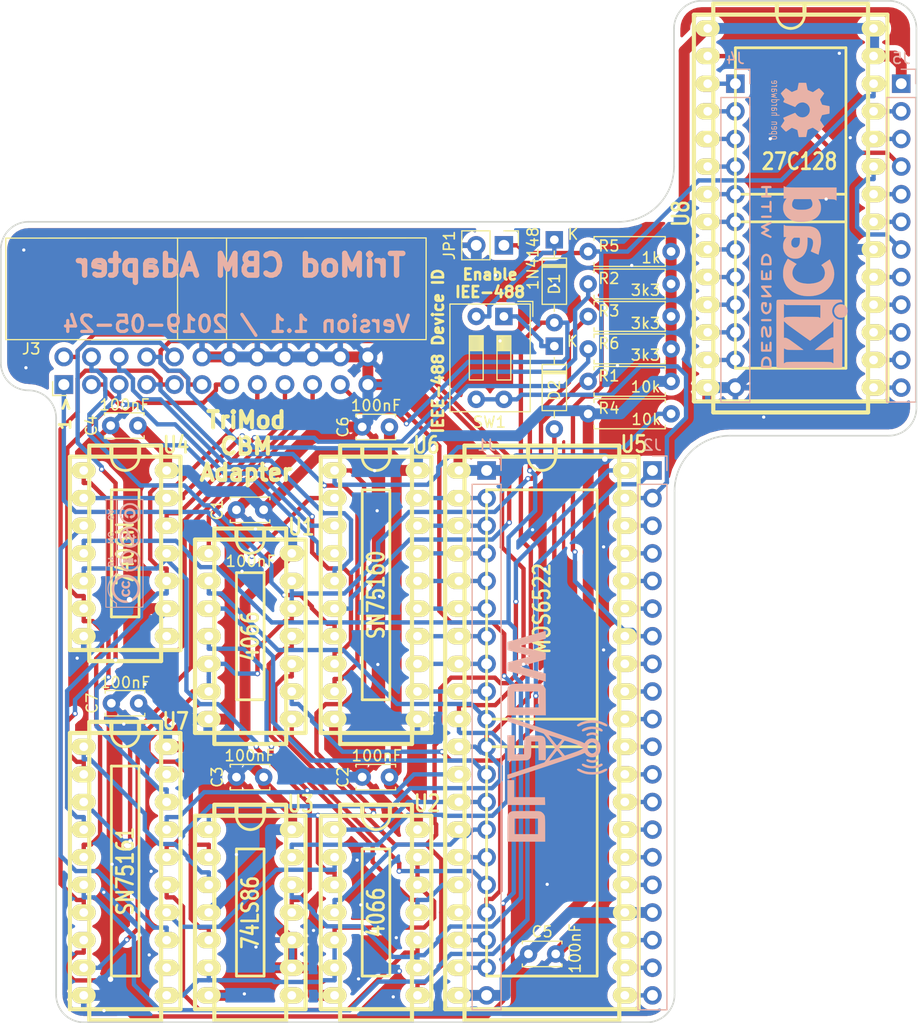
<source format=kicad_pcb>
(kicad_pcb (version 20171130) (host pcbnew "(5.1.2-1)-1")
  (title_block (title "TriMod CBM Adapter (Standard Version)") (date 2019-05-24) (rev 1.1) (company "Dirk Wouters, DL2DW"))
  (layers (0 F.Cu signal) (31 B.Cu signal) (34 B.Paste user) (35 F.Paste user) (36 B.SilkS user) (37 F.SilkS user) (38 B.Mask user) (39 F.Mask user) (44 Edge.Cuts user))
  (net 0 "")
  (net 1 GND)
  (net 2 +5V)
  (net 3 ~RESET)
  (net 4 /PB0)
  (net 5 "Net-(D1-Pad1)")
  (net 6 "Net-(D2-Pad1)")
  (net 7 /PB1)
  (net 8 /NRFD)
  (net 9 /NDAC)
  (net 10 /CB2)
  (net 11 /CB1)
  (net 12 /CN1)
  (net 13 /CN4)
  (net 14 /PB5)
  (net 15 /PB4)
  (net 16 /PB3)
  (net 17 /CN2)
  (net 18 /CN3)
  (net 19 /PA7)
  (net 20 /PA6)
  (net 21 /PA5)
  (net 22 /PA4)
  (net 23 /PA3)
  (net 24 /PA2)
  (net 25 /PA1)
  (net 26 /PA0)
  (net 27 /CA2)
  (net 28 /RS0)
  (net 29 /RS1)
  (net 30 /RS2)
  (net 31 /RS3)
  (net 32 /D0)
  (net 33 /D1)
  (net 34 /D2)
  (net 35 /D3)
  (net 36 /D4)
  (net 37 /D5)
  (net 38 /D6)
  (net 39 /D7)
  (net 40 /Phi2)
  (net 41 /~CS2)
  (net 42 /R~W)
  (net 43 /~IRQ)
  (net 44 /ATN)
  (net 45 /SRQ)
  (net 46 /IFC)
  (net 47 /DAV)
  (net 48 /REN)
  (net 49 /EOI)
  (net 50 /DIO8)
  (net 51 /DIO4)
  (net 52 /DIO7)
  (net 53 /DIO3)
  (net 54 /DIO6)
  (net 55 /DIO2)
  (net 56 /DIO5)
  (net 57 /DIO1)
  (net 58 /PB6)
  (net 59 /CA1)
  (net 60 /PB2)
  (net 61 "Net-(U2-Pad2)")
  (net 62 "Net-(U2-Pad12)")
  (net 63 "Net-(U2-Pad10)")
  (net 64 "Net-(U3-Pad3)")
  (net 65 "Net-(U3-Pad11)")
  (net 66 "Net-(U4-Pad1)")
  (net 67 "Net-(U4-Pad3)")
  (net 68 "Net-(JP1-Pad1)")
  (net 69 /!A7)
  (net 70 /!A6)
  (net 71 /!A5)
  (net 72 /!A4)
  (net 73 /!A3)
  (net 74 /!A2)
  (net 75 /!A1)
  (net 76 /!A0)
  (net 77 /!D0)
  (net 78 /!D1)
  (net 79 /!D2)
  (net 80 /!D3)
  (net 81 /!D4)
  (net 82 /!D5)
  (net 83 /!D6)
  (net 84 /!D7)
  (net 85 /!A11)
  (net 86 /!A10)
  (net 87 /!~CE)
  (net 88 /!A12)
  (net 89 /!A9)
  (net 90 /!A8)
  (net 91 "Net-(R3-Pad1)")
  (net 92 "Net-(R4-Pad2)")
  (net 93 "Net-(R6-Pad2)")
  (module DL2DW:IDC-Header_IEEE-488_2x12_P2.54mm_Horizontal (layer F.Cu) (at 98.3615 72.1995 90)
    (fp_text reference J3 (at 0.8255 -30.988) (layer F.SilkS))
    (fp_text value "IEEE-488 Connector" hide)
    (pad 24 thru_hole circle (at 0.0889 -0.0508 90) (size 1.7272 1.7272) (drill 1.016) (layers *.Cu *.Mask) (net 1 GND))
    (pad 23 thru_hole oval (at 0.0889 -2.5908 90) (size 1.7272 1.7272) (drill 1.016) (layers *.Cu *.Mask) (net 1 GND))
    (pad 22 thru_hole oval (at 0.0889 -5.1308 90) (size 1.7272 1.7272) (drill 1.016) (layers *.Cu *.Mask) (net 1 GND))
    (pad 21 thru_hole oval (at 0.0889 -7.6708 90) (size 1.7272 1.7272) (drill 1.016) (layers *.Cu *.Mask) (net 1 GND))
    (pad 20 thru_hole oval (at 0.0889 -10.2108 90) (size 1.7272 1.7272) (drill 1.016) (layers *.Cu *.Mask) (net 1 GND))
    (pad 19 thru_hole oval (at 0.0889 -12.7508 90) (size 1.7272 1.7272) (drill 1.016) (layers *.Cu *.Mask) (net 1 GND))
    (pad 18 thru_hole oval (at 0.0889 -15.2908 90) (size 1.7272 1.7272) (drill 1.016) (layers *.Cu *.Mask) (net 1 GND))
    (pad 17 thru_hole oval (at 0.0889 -17.8308 90) (size 1.7272 1.7272) (drill 1.016) (layers *.Cu *.Mask) (net 48 /REN))
    (pad 16 thru_hole oval (at 0.0889 -20.3708 90) (size 1.7272 1.7272) (drill 1.016) (layers *.Cu *.Mask) (net 50 /DIO8))
    (pad 15 thru_hole oval (at 0.0889 -22.9108 90) (size 1.7272 1.7272) (drill 1.016) (layers *.Cu *.Mask) (net 52 /DIO7))
    (pad 14 thru_hole oval (at 0.0889 -25.4508 90) (size 1.7272 1.7272) (drill 1.016) (layers *.Cu *.Mask) (net 54 /DIO6))
    (pad 13 thru_hole oval (at 0.0889 -27.9908 90) (size 1.7272 1.7272) (drill 1.016) (layers *.Cu *.Mask) (net 56 /DIO5))
    (pad 12 thru_hole oval (at -2.4511 -0.0508 90) (size 1.7272 1.7272) (drill 1.016) (layers *.Cu *.Mask) (net 1 GND))
    (pad 11 thru_hole oval (at -2.4511 -2.5908 90) (size 1.7272 1.7272) (drill 1.016) (layers *.Cu *.Mask) (net 44 /ATN))
    (pad 10 thru_hole oval (at -2.4511 -5.1308 90) (size 1.7272 1.7272) (drill 1.016) (layers *.Cu *.Mask) (net 45 /SRQ))
    (pad 9 thru_hole oval (at -2.4511 -7.6708 90) (size 1.7272 1.7272) (drill 1.016) (layers *.Cu *.Mask) (net 46 /IFC))
    (pad 8 thru_hole oval (at -2.4511 -10.2108 90) (size 1.7272 1.7272) (drill 1.016) (layers *.Cu *.Mask) (net 9 /NDAC))
    (pad 7 thru_hole oval (at -2.4511 -12.7508 90) (size 1.7272 1.7272) (drill 1.016) (layers *.Cu *.Mask) (net 8 /NRFD))
    (pad 6 thru_hole oval (at -2.4511 -15.2908 90) (size 1.7272 1.7272) (drill 1.016) (layers *.Cu *.Mask) (net 47 /DAV))
    (pad 5 thru_hole oval (at -2.4511 -17.8308 90) (size 1.7272 1.7272) (drill 1.016) (layers *.Cu *.Mask) (net 49 /EOI))
    (pad 4 thru_hole oval (at -2.4511 -20.3708 90) (size 1.7272 1.7272) (drill 1.016) (layers *.Cu *.Mask) (net 51 /DIO4))
    (pad 3 thru_hole oval (at -2.4511 -22.9108 90) (size 1.7272 1.7272) (drill 1.016) (layers *.Cu *.Mask) (net 53 /DIO3))
    (pad 2 thru_hole oval (at -2.4511 -25.4508 90) (size 1.7272 1.7272) (drill 1.016) (layers *.Cu *.Mask) (net 55 /DIO2))
    (pad 1 thru_hole rect (at -2.4511 -27.9908 90) (size 1.7272 1.7272) (drill 1.016) (layers *.Cu *.Mask) (net 57 /DIO1))
  )
  (module Capacitor_THT:C_Disc_D3.4mm_W2.1mm_P2.50mm (layer F.Cu) (at 86.233 86.1695)
    (fp_text reference C1 (at -1.778 0 90) (layer F.SilkS))
    (fp_text value 100nF (at 1.31572 4.72694 180) (layer F.SilkS))
    (pad 1 thru_hole circle (at 0 0) (size 1.6 1.6) (drill 0.8) (layers *.Cu *.Mask) (net 1 GND))
    (pad 2 thru_hole circle (at 2.5 0) (size 1.6 1.6) (drill 0.8) (layers *.Cu *.Mask) (net 2 +5V))
  )
  (module Capacitor_THT:C_Disc_D3.4mm_W2.1mm_P2.50mm (layer F.Cu) (at 97.79 110.744)
    (fp_text reference C2 (at -1.778 0 90) (layer F.SilkS))
    (fp_text value 100nF (at 1.3335 -1.9685 180) (layer F.SilkS))
    (pad 2 thru_hole circle (at 2.5 0) (size 1.6 1.6) (drill 0.8) (layers *.Cu *.Mask) (net 2 +5V))
    (pad 1 thru_hole circle (at 0 0) (size 1.6 1.6) (drill 0.8) (layers *.Cu *.Mask) (net 1 GND))
  )
  (module Capacitor_THT:C_Disc_D3.4mm_W2.1mm_P2.50mm (layer F.Cu) (at 86.233 110.744)
    (fp_text reference C3 (at -1.778 0 90) (layer F.SilkS))
    (fp_text value 100nF (at 1.2065 -1.9685 180) (layer F.SilkS))
    (pad 1 thru_hole circle (at 0 0) (size 1.6 1.6) (drill 0.8) (layers *.Cu *.Mask) (net 1 GND))
    (pad 2 thru_hole circle (at 2.5 0) (size 1.6 1.6) (drill 0.8) (layers *.Cu *.Mask) (net 2 +5V))
  )
  (module Capacitor_THT:C_Disc_D3.4mm_W2.1mm_P2.50mm (layer F.Cu) (at 74.676 78.4225)
    (fp_text reference C4 (at -1.778 0 90) (layer F.SilkS))
    (fp_text value 100nF (at 1.27 -1.905 180) (layer F.SilkS))
    (pad 2 thru_hole circle (at 2.5 0) (size 1.6 1.6) (drill 0.8) (layers *.Cu *.Mask) (net 2 +5V))
    (pad 1 thru_hole circle (at 0 0) (size 1.6 1.6) (drill 0.8) (layers *.Cu *.Mask) (net 1 GND))
  )
  (module Capacitor_THT:C_Disc_D3.4mm_W2.1mm_P2.50mm (layer F.Cu) (at 115.57 127 180)
    (fp_text reference C5 (at 1.25 2.032 180) (layer F.SilkS))
    (fp_text value 100nF (at -1.778 0.508 270) (layer F.SilkS))
    (pad 1 thru_hole circle (at 0 0 180) (size 1.6 1.6) (drill 0.8) (layers *.Cu *.Mask) (net 1 GND))
    (pad 2 thru_hole circle (at 2.5 0 180) (size 1.6 1.6) (drill 0.8) (layers *.Cu *.Mask) (net 2 +5V))
  )
  (module Capacitor_THT:C_Disc_D3.4mm_W2.1mm_P2.50mm (layer F.Cu) (at 97.79 78.5495)
    (fp_text reference C6 (at -1.778 0 90) (layer F.SilkS))
    (fp_text value 100nF (at 1.27 -1.9685 180) (layer F.SilkS))
    (pad 2 thru_hole circle (at 2.5 0) (size 1.6 1.6) (drill 0.8) (layers *.Cu *.Mask) (net 2 +5V))
    (pad 1 thru_hole circle (at 0 0) (size 1.6 1.6) (drill 0.8) (layers *.Cu *.Mask) (net 1 GND))
  )
  (module Capacitor_THT:C_Disc_D3.4mm_W2.1mm_P2.50mm (layer F.Cu) (at 74.7395 103.95)
    (fp_text reference C7 (at -1.778 0 90) (layer F.SilkS))
    (fp_text value 100nF (at 1.27 -1.905 180) (layer F.SilkS))
    (pad 1 thru_hole circle (at 0 0) (size 1.6 1.6) (drill 0.8) (layers *.Cu *.Mask) (net 1 GND))
    (pad 2 thru_hole circle (at 2.5 0) (size 1.6 1.6) (drill 0.8) (layers *.Cu *.Mask) (net 2 +5V))
  )
  (module Diode_THT:D_DO-35_SOD27_P7.62mm_Horizontal (layer F.Cu) (at 115.443 61.341 270)
    (fp_text reference D1 (at 4.064 0 270) (layer F.SilkS))
    (fp_text value 1N4148 (at 1.7145 1.9685 90) (layer F.SilkS))
    (fp_text user K (at -0.508 -1.7145) (layer F.SilkS))
    (pad 2 thru_hole oval (at 7.62 0 270) (size 1.6 1.6) (drill 0.8) (layers *.Cu *.Mask) (net 4 /PB0))
    (pad 1 thru_hole rect (at 0 0 270) (size 1.6 1.6) (drill 0.8) (layers *.Cu *.Mask) (net 5 "Net-(D1-Pad1)"))
  )
  (module Diode_THT:D_DO-35_SOD27_P7.62mm_Horizontal (layer F.Cu) (at 115.443 71.12 270)
    (fp_text reference D2 (at 4.064 0 270) (layer F.SilkS))
    (fp_text value 1N4148 hide)
    (fp_text user K (at -0.4445 -1.651) (layer F.SilkS))
    (pad 1 thru_hole rect (at 0 0 270) (size 1.6 1.6) (drill 0.8) (layers *.Cu *.Mask) (net 6 "Net-(D2-Pad1)"))
    (pad 2 thru_hole oval (at 7.62 0 270) (size 1.6 1.6) (drill 0.8) (layers *.Cu *.Mask) (net 7 /PB1))
  )
  (module Connector_PinHeader_2.54mm:PinHeader_1x20_P2.54mm_Vertical (layer B.Cu) (at 109.22 82.55 180)
    (fp_text reference J1 (at 0 2.33 180) (layer B.SilkS) (effects (justify mirror)))
    (fp_text value "PIN Header to PCB 6522 1-20" hide)
    (pad 1 thru_hole rect (at 0 0 180) (size 1.7 1.7) (drill 1) (layers *.Cu *.Mask) (net 1 GND))
    (pad 2 thru_hole oval (at 0 -2.54 180) (size 1.7 1.7) (drill 1) (layers *.Cu *.Mask) (net 26 /PA0))
    (pad 3 thru_hole oval (at 0 -5.08 180) (size 1.7 1.7) (drill 1) (layers *.Cu *.Mask) (net 25 /PA1))
    (pad 4 thru_hole oval (at 0 -7.62 180) (size 1.7 1.7) (drill 1) (layers *.Cu *.Mask) (net 24 /PA2))
    (pad 5 thru_hole oval (at 0 -10.16 180) (size 1.7 1.7) (drill 1) (layers *.Cu *.Mask) (net 23 /PA3))
    (pad 6 thru_hole oval (at 0 -12.7 180) (size 1.7 1.7) (drill 1) (layers *.Cu *.Mask) (net 22 /PA4))
    (pad 7 thru_hole oval (at 0 -15.24 180) (size 1.7 1.7) (drill 1) (layers *.Cu *.Mask) (net 21 /PA5))
    (pad 8 thru_hole oval (at 0 -17.78 180) (size 1.7 1.7) (drill 1) (layers *.Cu *.Mask) (net 20 /PA6))
    (pad 9 thru_hole oval (at 0 -20.32 180) (size 1.7 1.7) (drill 1) (layers *.Cu *.Mask) (net 19 /PA7))
    (pad 10 thru_hole oval (at 0 -22.86 180) (size 1.7 1.7) (drill 1) (layers *.Cu *.Mask) (net 18 /CN3))
    (pad 11 thru_hole oval (at 0 -25.4 180) (size 1.7 1.7) (drill 1) (layers *.Cu *.Mask) (net 7 /PB1))
    (pad 12 thru_hole oval (at 0 -27.94 180) (size 1.7 1.7) (drill 1) (layers *.Cu *.Mask) (net 17 /CN2))
    (pad 13 thru_hole oval (at 0 -30.48 180) (size 1.7 1.7) (drill 1) (layers *.Cu *.Mask) (net 16 /PB3))
    (pad 14 thru_hole oval (at 0 -33.02 180) (size 1.7 1.7) (drill 1) (layers *.Cu *.Mask) (net 15 /PB4))
    (pad 15 thru_hole oval (at 0 -35.56 180) (size 1.7 1.7) (drill 1) (layers *.Cu *.Mask) (net 14 /PB5))
    (pad 16 thru_hole oval (at 0 -38.1 180) (size 1.7 1.7) (drill 1) (layers *.Cu *.Mask) (net 13 /CN4))
    (pad 17 thru_hole oval (at 0 -40.64 180) (size 1.7 1.7) (drill 1) (layers *.Cu *.Mask) (net 12 /CN1))
    (pad 18 thru_hole oval (at 0 -43.18 180) (size 1.7 1.7) (drill 1) (layers *.Cu *.Mask) (net 11 /CB1))
    (pad 19 thru_hole oval (at 0 -45.72 180) (size 1.7 1.7) (drill 1) (layers *.Cu *.Mask) (net 10 /CB2))
    (pad 20 thru_hole oval (at 0 -48.26 180) (size 1.7 1.7) (drill 1) (layers *.Cu *.Mask) (net 2 +5V))
  )
  (module Connector_PinHeader_2.54mm:PinHeader_1x02_P2.54mm_Vertical (layer F.Cu) (at 110.808 61.849 270)
    (fp_text reference JP1 (at 0 5.0165 90) (layer F.SilkS))
    (fp_text value Jumper hide)
    (pad 1 thru_hole rect (at 0 0 270) (size 1.7 1.7) (drill 1) (layers *.Cu *.Mask) (net 68 "Net-(JP1-Pad1)"))
    (pad 2 thru_hole oval (at 0 2.54 270) (size 1.7 1.7) (drill 1) (layers *.Cu *.Mask) (net 1 GND))
  )
  (module DL2DW:DL2DW_Logo_Silk_20x10mm (layer B.Cu) (at 115.316 106.68 90)
    (fp_text reference M1 hide)
    (fp_text value SUNLOGO hide)
  )
  (module Symbol:KiCad-Logo2_8mm_SilkScreen (layer B.Cu) (at 138.43 64.77 90)
    (fp_text reference M2 hide)
    (fp_text value SUNLOGO hide)
  )
  (module w_logo:Logo_silk_CC-BY-NC-SA_10x3.6mm (layer B.Cu) (at 75.946 90.17 90)
    (fp_text reference M4 hide)
    (fp_text value SUNLOGO hide)
  )
  (module Resistor_THT:R_Axial_DIN0207_L6.3mm_D2.5mm_P7.62mm_Horizontal (layer F.Cu) (at 118.554 74.3585)
    (fp_text reference R1 (at 1.905 -0.508) (layer F.SilkS))
    (fp_text value 10k (at 5.2705 0.508) (layer F.SilkS))
    (pad 1 thru_hole circle (at 0 0) (size 1.6 1.6) (drill 0.8) (layers *.Cu *.Mask) (net 68 "Net-(JP1-Pad1)"))
    (pad 2 thru_hole oval (at 7.62 0) (size 1.6 1.6) (drill 0.8) (layers *.Cu *.Mask) (net 2 +5V))
  )
  (module Resistor_THT:R_Axial_DIN0207_L6.3mm_D2.5mm_P7.62mm_Horizontal (layer F.Cu) (at 126.174 65.405 180)
    (fp_text reference R2 (at 5.715 0.508 180) (layer F.SilkS))
    (fp_text value 3k3 (at 2.3495 -0.5715 180) (layer F.SilkS))
    (pad 1 thru_hole circle (at 0 0 180) (size 1.6 1.6) (drill 0.8) (layers *.Cu *.Mask) (net 2 +5V))
    (pad 2 thru_hole oval (at 7.62 0 180) (size 1.6 1.6) (drill 0.8) (layers *.Cu *.Mask) (net 3 ~RESET))
  )
  (module Resistor_THT:R_Axial_DIN0207_L6.3mm_D2.5mm_P7.62mm_Horizontal (layer F.Cu) (at 118.554 68.3895)
    (fp_text reference R3 (at 1.905 -0.508) (layer F.SilkS))
    (fp_text value 3k3 (at 5.2705 0.635) (layer F.SilkS))
    (pad 2 thru_hole oval (at 7.62 0) (size 1.6 1.6) (drill 0.8) (layers *.Cu *.Mask) (net 2 +5V))
    (pad 1 thru_hole circle (at 0 0) (size 1.6 1.6) (drill 0.8) (layers *.Cu *.Mask) (net 91 "Net-(R3-Pad1)"))
  )
  (module Resistor_THT:R_Axial_DIN0207_L6.3mm_D2.5mm_P7.62mm_Horizontal (layer F.Cu) (at 118.554 77.343)
    (fp_text reference R4 (at 1.905 -0.508) (layer F.SilkS))
    (fp_text value 10k (at 5.334 0.508) (layer F.SilkS))
    (pad 2 thru_hole oval (at 7.62 0) (size 1.6 1.6) (drill 0.8) (layers *.Cu *.Mask) (net 92 "Net-(R4-Pad2)"))
    (pad 1 thru_hole circle (at 0 0) (size 1.6 1.6) (drill 0.8) (layers *.Cu *.Mask) (net 2 +5V))
  )
  (module Resistor_THT:R_Axial_DIN0207_L6.3mm_D2.5mm_P7.62mm_Horizontal (layer F.Cu) (at 118.554 62.4205)
    (fp_text reference R5 (at 1.905 -0.508) (layer F.SilkS))
    (fp_text value 1k (at 5.7785 0.5715) (layer F.SilkS))
    (pad 1 thru_hole circle (at 0 0) (size 1.6 1.6) (drill 0.8) (layers *.Cu *.Mask) (net 68 "Net-(JP1-Pad1)"))
    (pad 2 thru_hole oval (at 7.62 0) (size 1.6 1.6) (drill 0.8) (layers *.Cu *.Mask) (net 2 +5V))
  )
  (module Button_Switch_THT:SW_DIP_SPSTx02_Slide_9.78x7.26mm_W7.62mm_P2.54mm (layer F.Cu) (at 110.808 68.3895 270)
    (fp_text reference SW1 (at 9.7155 1.3335) (layer F.SilkS))
    (fp_text value "IEEE-488 Device ID" (at 3.18262 6.05332 90) (layer F.SilkS) (effects (font (thickness 0.25))))
    (pad 1 thru_hole rect (at 0 0 270) (size 1.6 1.6) (drill 0.8) (layers *.Cu *.Mask) (net 6 "Net-(D2-Pad1)"))
    (pad 3 thru_hole oval (at 7.62 2.54 270) (size 1.6 1.6) (drill 0.8) (layers *.Cu *.Mask) (net 27 /CA2))
    (pad 2 thru_hole oval (at 0 2.54 270) (size 1.6 1.6) (drill 0.8) (layers *.Cu *.Mask) (net 5 "Net-(D1-Pad1)"))
    (pad 4 thru_hole oval (at 7.62 0 270) (size 1.6 1.6) (drill 0.8) (layers *.Cu *.Mask) (net 27 /CA2))
  )
  (module w_pth_circuits:dil_14-300_socket (layer F.Cu) (at 87.503 97.79 270)
    (fp_text reference U1 (at -10.04824 -4.69392) (layer F.SilkS) (effects (font (size 1.5 1.2) (thickness 0.24))))
    (fp_text value 4066 (at 0 0 270) (layer F.SilkS) (effects (font (size 1.5 1.2) (thickness 0.24))))
    (pad 14 thru_hole oval (at -7.62 -3.81 270) (size 1.5 2.2) (drill 0.8) (layers *.Cu *.Mask F.SilkS) (net 2 +5V))
    (pad 13 thru_hole oval (at -5.08 -3.81 270) (size 1.5 2.2) (drill 0.8) (layers *.Cu *.Mask F.SilkS) (net 68 "Net-(JP1-Pad1)"))
    (pad 12 thru_hole oval (at -2.54 -3.81 270) (size 1.5 2.2) (drill 0.8) (layers *.Cu *.Mask F.SilkS) (net 68 "Net-(JP1-Pad1)"))
    (pad 11 thru_hole oval (at 0 -3.81 270) (size 1.5 2.2) (drill 0.8) (layers *.Cu *.Mask F.SilkS) (net 58 /PB6))
    (pad 10 thru_hole oval (at 2.54 -3.81 270) (size 1.5 2.2) (drill 0.8) (layers *.Cu *.Mask F.SilkS) (net 13 /CN4))
    (pad 9 thru_hole oval (at 5.08 -3.81 270) (size 1.5 2.2) (drill 0.8) (layers *.Cu *.Mask F.SilkS) (net 12 /CN1))
    (pad 8 thru_hole oval (at 7.62 -3.81 270) (size 1.5 2.2) (drill 0.8) (layers *.Cu *.Mask F.SilkS) (net 59 /CA1))
    (pad 7 thru_hole oval (at 7.62 3.81 270) (size 1.5 2.2) (drill 0.8) (layers *.Cu *.Mask F.SilkS) (net 1 GND))
    (pad 6 thru_hole oval (at 5.08 3.81 270) (size 1.5 2.2) (drill 0.8) (layers *.Cu *.Mask F.SilkS) (net 68 "Net-(JP1-Pad1)"))
    (pad 5 thru_hole oval (at 2.54 3.81 270) (size 1.5 2.2) (drill 0.8) (layers *.Cu *.Mask F.SilkS) (net 68 "Net-(JP1-Pad1)"))
    (pad 4 thru_hole oval (at 0 3.81 270) (size 1.5 2.2) (drill 0.8) (layers *.Cu *.Mask F.SilkS) (net 60 /PB2))
    (pad 3 thru_hole oval (at -2.54 3.81 270) (size 1.5 2.2) (drill 0.8) (layers *.Cu *.Mask F.SilkS) (net 17 /CN2))
    (pad 2 thru_hole oval (at -5.08 3.81 270) (size 1.5 2.2) (drill 0.8) (layers *.Cu *.Mask F.SilkS) (net 18 /CN3))
    (pad 1 thru_hole oval (at -7.62 3.81 270) (size 1.5 2.2) (drill 0.8) (layers *.Cu *.Mask F.SilkS) (net 4 /PB0))
  )
  (module w_pth_circuits:dil_14-300_socket (layer F.Cu) (at 99.06 123.19 270)
    (fp_text reference U2 (at -10.033 -4.699) (layer F.SilkS) (effects (font (size 1.5 1.2) (thickness 0.24))))
    (fp_text value 4066 (at 0 0 270) (layer F.SilkS) (effects (font (size 1.5 1.2) (thickness 0.24))))
    (pad 1 thru_hole oval (at -7.62 3.81 270) (size 1.5 2.2) (drill 0.8) (layers *.Cu *.Mask F.SilkS) (net 16 /PB3))
    (pad 2 thru_hole oval (at -5.08 3.81 270) (size 1.5 2.2) (drill 0.8) (layers *.Cu *.Mask F.SilkS) (net 61 "Net-(U2-Pad2)"))
    (pad 3 thru_hole oval (at -2.54 3.81 270) (size 1.5 2.2) (drill 0.8) (layers *.Cu *.Mask F.SilkS) (net 92 "Net-(R4-Pad2)"))
    (pad 4 thru_hole oval (at 0 3.81 270) (size 1.5 2.2) (drill 0.8) (layers *.Cu *.Mask F.SilkS) (net 15 /PB4))
    (pad 5 thru_hole oval (at 2.54 3.81 270) (size 1.5 2.2) (drill 0.8) (layers *.Cu *.Mask F.SilkS) (net 62 "Net-(U2-Pad12)"))
    (pad 6 thru_hole oval (at 5.08 3.81 270) (size 1.5 2.2) (drill 0.8) (layers *.Cu *.Mask F.SilkS) (net 62 "Net-(U2-Pad12)"))
    (pad 7 thru_hole oval (at 7.62 3.81 270) (size 1.5 2.2) (drill 0.8) (layers *.Cu *.Mask F.SilkS) (net 1 GND))
    (pad 8 thru_hole oval (at 7.62 -3.81 270) (size 1.5 2.2) (drill 0.8) (layers *.Cu *.Mask F.SilkS) (net 59 /CA1))
    (pad 9 thru_hole oval (at 5.08 -3.81 270) (size 1.5 2.2) (drill 0.8) (layers *.Cu *.Mask F.SilkS) (net 91 "Net-(R3-Pad1)"))
    (pad 10 thru_hole oval (at 2.54 -3.81 270) (size 1.5 2.2) (drill 0.8) (layers *.Cu *.Mask F.SilkS) (net 63 "Net-(U2-Pad10)"))
    (pad 11 thru_hole oval (at 0 -3.81 270) (size 1.5 2.2) (drill 0.8) (layers *.Cu *.Mask F.SilkS) (net 58 /PB6))
    (pad 12 thru_hole oval (at -2.54 -3.81 270) (size 1.5 2.2) (drill 0.8) (layers *.Cu *.Mask F.SilkS) (net 62 "Net-(U2-Pad12)"))
    (pad 13 thru_hole oval (at -5.08 -3.81 270) (size 1.5 2.2) (drill 0.8) (layers *.Cu *.Mask F.SilkS) (net 62 "Net-(U2-Pad12)"))
    (pad 14 thru_hole oval (at -7.62 -3.81 270) (size 1.5 2.2) (drill 0.8) (layers *.Cu *.Mask F.SilkS) (net 2 +5V))
  )
  (module w_pth_circuits:dil_14-300_socket (layer F.Cu) (at 87.503 123.19 270)
    (fp_text reference U3 (at -9.9695 -4.6355) (layer F.SilkS) (effects (font (size 1.5 1.2) (thickness 0.24))))
    (fp_text value 74LS86 (at 0 0 270) (layer F.SilkS) (effects (font (size 1.5 1.2) (thickness 0.24))))
    (pad 14 thru_hole oval (at -7.62 -3.81 270) (size 1.5 2.2) (drill 0.8) (layers *.Cu *.Mask F.SilkS) (net 2 +5V))
    (pad 13 thru_hole oval (at -5.08 -3.81 270) (size 1.5 2.2) (drill 0.8) (layers *.Cu *.Mask F.SilkS) (net 4 /PB0))
    (pad 12 thru_hole oval (at -2.54 -3.81 270) (size 1.5 2.2) (drill 0.8) (layers *.Cu *.Mask F.SilkS) (net 91 "Net-(R3-Pad1)"))
    (pad 11 thru_hole oval (at 0 -3.81 270) (size 1.5 2.2) (drill 0.8) (layers *.Cu *.Mask F.SilkS) (net 65 "Net-(U3-Pad11)"))
    (pad 10 thru_hole oval (at 2.54 -3.81 270) (size 1.5 2.2) (drill 0.8) (layers *.Cu *.Mask F.SilkS) (net 1 GND))
    (pad 9 thru_hole oval (at 5.08 -3.81 270) (size 1.5 2.2) (drill 0.8) (layers *.Cu *.Mask F.SilkS) (net 1 GND))
    (pad 8 thru_hole oval (at 7.62 -3.81 270) (size 1.5 2.2) (drill 0.8) (layers *.Cu *.Mask F.SilkS))
    (pad 7 thru_hole oval (at 7.62 3.81 270) (size 1.5 2.2) (drill 0.8) (layers *.Cu *.Mask F.SilkS) (net 1 GND))
    (pad 6 thru_hole oval (at 5.08 3.81 270) (size 1.5 2.2) (drill 0.8) (layers *.Cu *.Mask F.SilkS) (net 62 "Net-(U2-Pad12)"))
    (pad 5 thru_hole oval (at 2.54 3.81 270) (size 1.5 2.2) (drill 0.8) (layers *.Cu *.Mask F.SilkS) (net 68 "Net-(JP1-Pad1)"))
    (pad 4 thru_hole oval (at 0 3.81 270) (size 1.5 2.2) (drill 0.8) (layers *.Cu *.Mask F.SilkS) (net 2 +5V))
    (pad 3 thru_hole oval (at -2.54 3.81 270) (size 1.5 2.2) (drill 0.8) (layers *.Cu *.Mask F.SilkS) (net 64 "Net-(U3-Pad3)"))
    (pad 2 thru_hole oval (at -5.08 3.81 270) (size 1.5 2.2) (drill 0.8) (layers *.Cu *.Mask F.SilkS) (net 68 "Net-(JP1-Pad1)"))
    (pad 1 thru_hole oval (at -7.62 3.81 270) (size 1.5 2.2) (drill 0.8) (layers *.Cu *.Mask F.SilkS) (net 92 "Net-(R4-Pad2)"))
  )
  (module w_pth_circuits:dil_14-300_socket (layer F.Cu) (at 76.0095 90.17 270)
    (fp_text reference U4 (at -9.96696 -4.68122) (layer F.SilkS) (effects (font (size 1.5 1.2) (thickness 0.24))))
    (fp_text value 7406N (at 0 0 270) (layer F.SilkS) (effects (font (size 1.5 1.2) (thickness 0.24))))
    (pad 1 thru_hole oval (at -7.62 3.81 270) (size 1.5 2.2) (drill 0.8) (layers *.Cu *.Mask F.SilkS) (net 66 "Net-(U4-Pad1)"))
    (pad 2 thru_hole oval (at -5.08 3.81 270) (size 1.5 2.2) (drill 0.8) (layers *.Cu *.Mask F.SilkS) (net 93 "Net-(R6-Pad2)"))
    (pad 3 thru_hole oval (at -2.54 3.81 270) (size 1.5 2.2) (drill 0.8) (layers *.Cu *.Mask F.SilkS) (net 67 "Net-(U4-Pad3)"))
    (pad 4 thru_hole oval (at 0 3.81 270) (size 1.5 2.2) (drill 0.8) (layers *.Cu *.Mask F.SilkS) (net 91 "Net-(R3-Pad1)"))
    (pad 5 thru_hole oval (at 2.54 3.81 270) (size 1.5 2.2) (drill 0.8) (layers *.Cu *.Mask F.SilkS) (net 65 "Net-(U3-Pad11)"))
    (pad 6 thru_hole oval (at 5.08 3.81 270) (size 1.5 2.2) (drill 0.8) (layers *.Cu *.Mask F.SilkS) (net 8 /NRFD))
    (pad 7 thru_hole oval (at 7.62 3.81 270) (size 1.5 2.2) (drill 0.8) (layers *.Cu *.Mask F.SilkS) (net 1 GND))
    (pad 8 thru_hole oval (at 7.62 -3.81 270) (size 1.5 2.2) (drill 0.8) (layers *.Cu *.Mask F.SilkS))
    (pad 9 thru_hole oval (at 5.08 -3.81 270) (size 1.5 2.2) (drill 0.8) (layers *.Cu *.Mask F.SilkS) (net 1 GND))
    (pad 10 thru_hole oval (at 2.54 -3.81 270) (size 1.5 2.2) (drill 0.8) (layers *.Cu *.Mask F.SilkS) (net 9 /NDAC))
    (pad 11 thru_hole oval (at 0 -3.81 270) (size 1.5 2.2) (drill 0.8) (layers *.Cu *.Mask F.SilkS) (net 65 "Net-(U3-Pad11)"))
    (pad 12 thru_hole oval (at -2.54 -3.81 270) (size 1.5 2.2) (drill 0.8) (layers *.Cu *.Mask F.SilkS) (net 3 ~RESET))
    (pad 13 thru_hole oval (at -5.08 -3.81 270) (size 1.5 2.2) (drill 0.8) (layers *.Cu *.Mask F.SilkS) (net 93 "Net-(R6-Pad2)"))
    (pad 14 thru_hole oval (at -7.62 -3.81 270) (size 1.5 2.2) (drill 0.8) (layers *.Cu *.Mask F.SilkS) (net 2 +5V))
  )
  (module w_pth_circuits:dil_40-600_socket (layer F.Cu) (at 114.3 106.68 270)
    (fp_text reference U5 (at -26.543 -8.4455) (layer F.SilkS) (effects (font (size 1.5 1.2) (thickness 0.24))))
    (fp_text value MOS6522 (at -11.43 0 270) (layer F.SilkS) (effects (font (size 1.5 1.2) (thickness 0.24))))
    (pad 1 thru_hole oval (at -24.13 7.62 270) (size 1.5 2.2) (drill 0.8) (layers *.Cu *.Mask F.SilkS) (net 1 GND))
    (pad 2 thru_hole oval (at -21.59 7.62 270) (size 1.5 2.2) (drill 0.8) (layers *.Cu *.Mask F.SilkS) (net 26 /PA0))
    (pad 3 thru_hole oval (at -19.05 7.62 270) (size 1.5 2.2) (drill 0.8) (layers *.Cu *.Mask F.SilkS) (net 25 /PA1))
    (pad 4 thru_hole oval (at -16.51 7.62 270) (size 1.5 2.2) (drill 0.8) (layers *.Cu *.Mask F.SilkS) (net 24 /PA2))
    (pad 5 thru_hole oval (at -13.97 7.62 270) (size 1.5 2.2) (drill 0.8) (layers *.Cu *.Mask F.SilkS) (net 23 /PA3))
    (pad 6 thru_hole oval (at -11.43 7.62 270) (size 1.5 2.2) (drill 0.8) (layers *.Cu *.Mask F.SilkS) (net 22 /PA4))
    (pad 7 thru_hole oval (at -8.89 7.62 270) (size 1.5 2.2) (drill 0.8) (layers *.Cu *.Mask F.SilkS) (net 21 /PA5))
    (pad 8 thru_hole oval (at -6.35 7.62 270) (size 1.5 2.2) (drill 0.8) (layers *.Cu *.Mask F.SilkS) (net 20 /PA6))
    (pad 9 thru_hole oval (at -3.81 7.62 270) (size 1.5 2.2) (drill 0.8) (layers *.Cu *.Mask F.SilkS) (net 19 /PA7))
    (pad 10 thru_hole oval (at -1.27 7.62 270) (size 1.5 2.2) (drill 0.8) (layers *.Cu *.Mask F.SilkS) (net 4 /PB0))
    (pad 11 thru_hole oval (at 1.27 7.62 270) (size 1.5 2.2) (drill 0.8) (layers *.Cu *.Mask F.SilkS) (net 7 /PB1))
    (pad 12 thru_hole oval (at 3.81 7.62 270) (size 1.5 2.2) (drill 0.8) (layers *.Cu *.Mask F.SilkS) (net 60 /PB2))
    (pad 13 thru_hole oval (at 6.35 7.62 270) (size 1.5 2.2) (drill 0.8) (layers *.Cu *.Mask F.SilkS) (net 16 /PB3))
    (pad 14 thru_hole oval (at 8.89 7.62 270) (size 1.5 2.2) (drill 0.8) (layers *.Cu *.Mask F.SilkS) (net 15 /PB4))
    (pad 15 thru_hole oval (at 11.43 7.62 270) (size 1.5 2.2) (drill 0.8) (layers *.Cu *.Mask F.SilkS) (net 14 /PB5))
    (pad 16 thru_hole oval (at 13.97 7.62 270) (size 1.5 2.2) (drill 0.8) (layers *.Cu *.Mask F.SilkS) (net 58 /PB6))
    (pad 17 thru_hole oval (at 16.51 7.62 270) (size 1.5 2.2) (drill 0.8) (layers *.Cu *.Mask F.SilkS) (net 59 /CA1))
    (pad 18 thru_hole oval (at 19.05 7.62 270) (size 1.5 2.2) (drill 0.8) (layers *.Cu *.Mask F.SilkS) (net 11 /CB1))
    (pad 19 thru_hole oval (at 21.59 7.62 270) (size 1.5 2.2) (drill 0.8) (layers *.Cu *.Mask F.SilkS) (net 10 /CB2))
    (pad 20 thru_hole oval (at 24.13 7.62 270) (size 1.5 2.2) (drill 0.8) (layers *.Cu *.Mask F.SilkS) (net 2 +5V))
    (pad 21 thru_hole oval (at 24.13 -7.62 270) (size 1.5 2.2) (drill 0.8) (layers *.Cu *.Mask F.SilkS) (net 43 /~IRQ))
    (pad 22 thru_hole oval (at 21.59 -7.62 270) (size 1.5 2.2) (drill 0.8) (layers *.Cu *.Mask F.SilkS) (net 42 /R~W))
    (pad 23 thru_hole oval (at 19.05 -7.62 270) (size 1.5 2.2) (drill 0.8) (layers *.Cu *.Mask F.SilkS) (net 41 /~CS2))
    (pad 24 thru_hole oval (at 16.51 -7.62 270) (size 1.5 2.2) (drill 0.8) (layers *.Cu *.Mask F.SilkS) (net 2 +5V))
    (pad 25 thru_hole oval (at 13.97 -7.62 270) (size 1.5 2.2) (drill 0.8) (layers *.Cu *.Mask F.SilkS) (net 40 /Phi2))
    (pad 26 thru_hole oval (at 11.43 -7.62 270) (size 1.5 2.2) (drill 0.8) (layers *.Cu *.Mask F.SilkS) (net 39 /D7))
    (pad 27 thru_hole oval (at 8.89 -7.62 270) (size 1.5 2.2) (drill 0.8) (layers *.Cu *.Mask F.SilkS) (net 38 /D6))
    (pad 28 thru_hole oval (at 6.35 -7.62 270) (size 1.5 2.2) (drill 0.8) (layers *.Cu *.Mask F.SilkS) (net 37 /D5))
    (pad 29 thru_hole oval (at 3.81 -7.62 270) (size 1.5 2.2) (drill 0.8) (layers *.Cu *.Mask F.SilkS) (net 36 /D4))
    (pad 30 thru_hole oval (at 1.27 -7.62 270) (size 1.5 2.2) (drill 0.8) (layers *.Cu *.Mask F.SilkS) (net 35 /D3))
    (pad 31 thru_hole oval (at -1.27 -7.62 270) (size 1.5 2.2) (drill 0.8) (layers *.Cu *.Mask F.SilkS) (net 34 /D2))
    (pad 32 thru_hole oval (at -3.81 -7.62 270) (size 1.5 2.2) (drill 0.8) (layers *.Cu *.Mask F.SilkS) (net 33 /D1))
    (pad 33 thru_hole oval (at -6.35 -7.62 270) (size 1.5 2.2) (drill 0.8) (layers *.Cu *.Mask F.SilkS) (net 32 /D0))
    (pad 34 thru_hole oval (at -8.89 -7.62 270) (size 1.5 2.2) (drill 0.8) (layers *.Cu *.Mask F.SilkS) (net 3 ~RESET))
    (pad 35 thru_hole oval (at -11.43 -7.62 270) (size 1.5 2.2) (drill 0.8) (layers *.Cu *.Mask F.SilkS) (net 31 /RS3))
    (pad 36 thru_hole oval (at -13.97 -7.62 270) (size 1.5 2.2) (drill 0.8) (layers *.Cu *.Mask F.SilkS) (net 30 /RS2))
    (pad 37 thru_hole oval (at -16.51 -7.62 270) (size 1.5 2.2) (drill 0.8) (layers *.Cu *.Mask F.SilkS) (net 29 /RS1))
    (pad 38 thru_hole oval (at -19.05 -7.62 270) (size 1.5 2.2) (drill 0.8) (layers *.Cu *.Mask F.SilkS) (net 28 /RS0))
    (pad 39 thru_hole oval (at -21.59 -7.62 270) (size 1.5 2.2) (drill 0.8) (layers *.Cu *.Mask F.SilkS) (net 27 /CA2))
    (pad 40 thru_hole oval (at -24.13 -7.62 270) (size 1.5 2.2) (drill 0.8) (layers *.Cu *.Mask F.SilkS) (net 59 /CA1))
  )
  (module w_pth_circuits:dil_20-300_socket (layer F.Cu) (at 99.06 93.98 270)
    (fp_text reference U6 (at -13.76172 -4.63296) (layer F.SilkS) (effects (font (size 1.5 1.2) (thickness 0.24))))
    (fp_text value SN75160 (at 0 0 270) (layer F.SilkS) (effects (font (size 1.5 1.2) (thickness 0.24))))
    (pad 1 thru_hole oval (at -11.43 3.81 270) (size 1.5 2.2) (drill 0.8) (layers *.Cu *.Mask F.SilkS) (net 92 "Net-(R4-Pad2)"))
    (pad 2 thru_hole oval (at -8.89 3.81 270) (size 1.5 2.2) (drill 0.8) (layers *.Cu *.Mask F.SilkS) (net 57 /DIO1))
    (pad 3 thru_hole oval (at -6.35 3.81 270) (size 1.5 2.2) (drill 0.8) (layers *.Cu *.Mask F.SilkS) (net 55 /DIO2))
    (pad 4 thru_hole oval (at -3.81 3.81 270) (size 1.5 2.2) (drill 0.8) (layers *.Cu *.Mask F.SilkS) (net 53 /DIO3))
    (pad 5 thru_hole oval (at -1.27 3.81 270) (size 1.5 2.2) (drill 0.8) (layers *.Cu *.Mask F.SilkS) (net 51 /DIO4))
    (pad 6 thru_hole oval (at 1.27 3.81 270) (size 1.5 2.2) (drill 0.8) (layers *.Cu *.Mask F.SilkS) (net 56 /DIO5))
    (pad 7 thru_hole oval (at 3.81 3.81 270) (size 1.5 2.2) (drill 0.8) (layers *.Cu *.Mask F.SilkS) (net 54 /DIO6))
    (pad 8 thru_hole oval (at 6.35 3.81 270) (size 1.5 2.2) (drill 0.8) (layers *.Cu *.Mask F.SilkS) (net 52 /DIO7))
    (pad 9 thru_hole oval (at 8.89 3.81 270) (size 1.5 2.2) (drill 0.8) (layers *.Cu *.Mask F.SilkS) (net 50 /DIO8))
    (pad 10 thru_hole oval (at 11.43 3.81 270) (size 1.5 2.2) (drill 0.8) (layers *.Cu *.Mask F.SilkS) (net 1 GND))
    (pad 11 thru_hole oval (at 11.43 -3.81 270) (size 1.5 2.2) (drill 0.8) (layers *.Cu *.Mask F.SilkS) (net 1 GND))
    (pad 12 thru_hole oval (at 8.89 -3.81 270) (size 1.5 2.2) (drill 0.8) (layers *.Cu *.Mask F.SilkS) (net 19 /PA7))
    (pad 13 thru_hole oval (at 6.35 -3.81 270) (size 1.5 2.2) (drill 0.8) (layers *.Cu *.Mask F.SilkS) (net 20 /PA6))
    (pad 14 thru_hole oval (at 3.81 -3.81 270) (size 1.5 2.2) (drill 0.8) (layers *.Cu *.Mask F.SilkS) (net 21 /PA5))
    (pad 15 thru_hole oval (at 1.27 -3.81 270) (size 1.5 2.2) (drill 0.8) (layers *.Cu *.Mask F.SilkS) (net 22 /PA4))
    (pad 16 thru_hole oval (at -1.27 -3.81 270) (size 1.5 2.2) (drill 0.8) (layers *.Cu *.Mask F.SilkS) (net 23 /PA3))
    (pad 17 thru_hole oval (at -3.81 -3.81 270) (size 1.5 2.2) (drill 0.8) (layers *.Cu *.Mask F.SilkS) (net 24 /PA2))
    (pad 18 thru_hole oval (at -6.35 -3.81 270) (size 1.5 2.2) (drill 0.8) (layers *.Cu *.Mask F.SilkS) (net 25 /PA1))
    (pad 19 thru_hole oval (at -8.89 -3.81 270) (size 1.5 2.2) (drill 0.8) (layers *.Cu *.Mask F.SilkS) (net 26 /PA0))
    (pad 20 thru_hole oval (at -11.43 -3.81 270) (size 1.5 2.2) (drill 0.8) (layers *.Cu *.Mask F.SilkS) (net 2 +5V))
  )
  (module w_pth_circuits:dil_20-300_socket (layer F.Cu) (at 76.0095 119.38 270)
    (fp_text reference U7 (at -13.7795 -4.6355) (layer F.SilkS) (effects (font (size 1.5 1.2) (thickness 0.24))))
    (fp_text value SN75161 (at 0 0 270) (layer F.SilkS) (effects (font (size 1.5 1.2) (thickness 0.24))))
    (pad 20 thru_hole oval (at -11.43 -3.81 270) (size 1.5 2.2) (drill 0.8) (layers *.Cu *.Mask F.SilkS) (net 2 +5V))
    (pad 19 thru_hole oval (at -8.89 -3.81 270) (size 1.5 2.2) (drill 0.8) (layers *.Cu *.Mask F.SilkS))
    (pad 18 thru_hole oval (at -6.35 -3.81 270) (size 1.5 2.2) (drill 0.8) (layers *.Cu *.Mask F.SilkS) (net 66 "Net-(U4-Pad1)"))
    (pad 17 thru_hole oval (at -3.81 -3.81 270) (size 1.5 2.2) (drill 0.8) (layers *.Cu *.Mask F.SilkS) (net 60 /PB2))
    (pad 16 thru_hole oval (at -1.27 -3.81 270) (size 1.5 2.2) (drill 0.8) (layers *.Cu *.Mask F.SilkS) (net 7 /PB1))
    (pad 15 thru_hole oval (at 1.27 -3.81 270) (size 1.5 2.2) (drill 0.8) (layers *.Cu *.Mask F.SilkS) (net 63 "Net-(U2-Pad10)"))
    (pad 14 thru_hole oval (at 3.81 -3.81 270) (size 1.5 2.2) (drill 0.8) (layers *.Cu *.Mask F.SilkS) (net 61 "Net-(U2-Pad2)"))
    (pad 13 thru_hole oval (at 6.35 -3.81 270) (size 1.5 2.2) (drill 0.8) (layers *.Cu *.Mask F.SilkS) (net 67 "Net-(U4-Pad3)"))
    (pad 12 thru_hole oval (at 8.89 -3.81 270) (size 1.5 2.2) (drill 0.8) (layers *.Cu *.Mask F.SilkS))
    (pad 11 thru_hole oval (at 11.43 -3.81 270) (size 1.5 2.2) (drill 0.8) (layers *.Cu *.Mask F.SilkS) (net 62 "Net-(U2-Pad12)"))
    (pad 10 thru_hole oval (at 11.43 3.81 270) (size 1.5 2.2) (drill 0.8) (layers *.Cu *.Mask F.SilkS) (net 1 GND))
    (pad 9 thru_hole oval (at 8.89 3.81 270) (size 1.5 2.2) (drill 0.8) (layers *.Cu *.Mask F.SilkS) (net 45 /SRQ))
    (pad 8 thru_hole oval (at 6.35 3.81 270) (size 1.5 2.2) (drill 0.8) (layers *.Cu *.Mask F.SilkS) (net 44 /ATN))
    (pad 7 thru_hole oval (at 3.81 3.81 270) (size 1.5 2.2) (drill 0.8) (layers *.Cu *.Mask F.SilkS) (net 49 /EOI))
    (pad 6 thru_hole oval (at 1.27 3.81 270) (size 1.5 2.2) (drill 0.8) (layers *.Cu *.Mask F.SilkS) (net 47 /DAV))
    (pad 5 thru_hole oval (at -1.27 3.81 270) (size 1.5 2.2) (drill 0.8) (layers *.Cu *.Mask F.SilkS) (net 8 /NRFD))
    (pad 4 thru_hole oval (at -3.81 3.81 270) (size 1.5 2.2) (drill 0.8) (layers *.Cu *.Mask F.SilkS) (net 9 /NDAC))
    (pad 3 thru_hole oval (at -6.35 3.81 270) (size 1.5 2.2) (drill 0.8) (layers *.Cu *.Mask F.SilkS) (net 46 /IFC))
    (pad 2 thru_hole oval (at -8.89 3.81 270) (size 1.5 2.2) (drill 0.8) (layers *.Cu *.Mask F.SilkS) (net 48 /REN))
    (pad 1 thru_hole oval (at -11.43 3.81 270) (size 1.5 2.2) (drill 0.8) (layers *.Cu *.Mask F.SilkS) (net 64 "Net-(U3-Pad3)"))
  )
  (module Connector_PinHeader_2.54mm:PinHeader_1x20_P2.54mm_Vertical (layer B.Cu) (at 124.46 82.55 180)
    (fp_text reference J2 (at 0 2.33 180) (layer B.SilkS) (effects (justify mirror)))
    (fp_text value "PIN Header to PCB 6522 21-40" hide)
    (pad 1 thru_hole rect (at 0 0 180) (size 1.7 1.7) (drill 1) (layers *.Cu *.Mask) (net 12 /CN1))
    (pad 2 thru_hole oval (at 0 -2.54 180) (size 1.7 1.7) (drill 1) (layers *.Cu *.Mask) (net 27 /CA2))
    (pad 3 thru_hole oval (at 0 -5.08 180) (size 1.7 1.7) (drill 1) (layers *.Cu *.Mask) (net 28 /RS0))
    (pad 4 thru_hole oval (at 0 -7.62 180) (size 1.7 1.7) (drill 1) (layers *.Cu *.Mask) (net 29 /RS1))
    (pad 5 thru_hole oval (at 0 -10.16 180) (size 1.7 1.7) (drill 1) (layers *.Cu *.Mask) (net 30 /RS2))
    (pad 6 thru_hole oval (at 0 -12.7 180) (size 1.7 1.7) (drill 1) (layers *.Cu *.Mask) (net 31 /RS3))
    (pad 7 thru_hole oval (at 0 -15.24 180) (size 1.7 1.7) (drill 1) (layers *.Cu *.Mask) (net 3 ~RESET))
    (pad 8 thru_hole oval (at 0 -17.78 180) (size 1.7 1.7) (drill 1) (layers *.Cu *.Mask) (net 32 /D0))
    (pad 9 thru_hole oval (at 0 -20.32 180) (size 1.7 1.7) (drill 1) (layers *.Cu *.Mask) (net 33 /D1))
    (pad 10 thru_hole oval (at 0 -22.86 180) (size 1.7 1.7) (drill 1) (layers *.Cu *.Mask) (net 34 /D2))
    (pad 11 thru_hole oval (at 0 -25.4 180) (size 1.7 1.7) (drill 1) (layers *.Cu *.Mask) (net 35 /D3))
    (pad 12 thru_hole oval (at 0 -27.94 180) (size 1.7 1.7) (drill 1) (layers *.Cu *.Mask) (net 36 /D4))
    (pad 13 thru_hole oval (at 0 -30.48 180) (size 1.7 1.7) (drill 1) (layers *.Cu *.Mask) (net 37 /D5))
    (pad 14 thru_hole oval (at 0 -33.02 180) (size 1.7 1.7) (drill 1) (layers *.Cu *.Mask) (net 38 /D6))
    (pad 15 thru_hole oval (at 0 -35.56 180) (size 1.7 1.7) (drill 1) (layers *.Cu *.Mask) (net 39 /D7))
    (pad 16 thru_hole oval (at 0 -38.1 180) (size 1.7 1.7) (drill 1) (layers *.Cu *.Mask) (net 40 /Phi2))
    (pad 17 thru_hole oval (at 0 -40.64 180) (size 1.7 1.7) (drill 1) (layers *.Cu *.Mask) (net 2 +5V))
    (pad 18 thru_hole oval (at 0 -43.18 180) (size 1.7 1.7) (drill 1) (layers *.Cu *.Mask) (net 41 /~CS2))
    (pad 19 thru_hole oval (at 0 -45.72 180) (size 1.7 1.7) (drill 1) (layers *.Cu *.Mask) (net 42 /R~W))
    (pad 20 thru_hole oval (at 0 -48.26 180) (size 1.7 1.7) (drill 1) (layers *.Cu *.Mask) (net 43 /~IRQ))
  )
  (module Connector_PinHeader_2.54mm:PinHeader_1x12_P2.54mm_Vertical (layer B.Cu) (at 132.08 46.99 180)
    (fp_text reference J4 (at 0 2.33 180) (layer B.SilkS) (effects (justify mirror)))
    (fp_text value Conn_01x12 hide)
    (pad 1 thru_hole rect (at 0 0 180) (size 1.7 1.7) (drill 1) (layers *.Cu *.Mask) (net 69 /!A7))
    (pad 2 thru_hole oval (at 0 -2.54 180) (size 1.7 1.7) (drill 1) (layers *.Cu *.Mask) (net 70 /!A6))
    (pad 3 thru_hole oval (at 0 -5.08 180) (size 1.7 1.7) (drill 1) (layers *.Cu *.Mask) (net 71 /!A5))
    (pad 4 thru_hole oval (at 0 -7.62 180) (size 1.7 1.7) (drill 1) (layers *.Cu *.Mask) (net 72 /!A4))
    (pad 5 thru_hole oval (at 0 -10.16 180) (size 1.7 1.7) (drill 1) (layers *.Cu *.Mask) (net 73 /!A3))
    (pad 6 thru_hole oval (at 0 -12.7 180) (size 1.7 1.7) (drill 1) (layers *.Cu *.Mask) (net 74 /!A2))
    (pad 7 thru_hole oval (at 0 -15.24 180) (size 1.7 1.7) (drill 1) (layers *.Cu *.Mask) (net 75 /!A1))
    (pad 8 thru_hole oval (at 0 -17.78 180) (size 1.7 1.7) (drill 1) (layers *.Cu *.Mask) (net 76 /!A0))
    (pad 9 thru_hole oval (at 0 -20.32 180) (size 1.7 1.7) (drill 1) (layers *.Cu *.Mask) (net 77 /!D0))
    (pad 10 thru_hole oval (at 0 -22.86 180) (size 1.7 1.7) (drill 1) (layers *.Cu *.Mask) (net 78 /!D1))
    (pad 11 thru_hole oval (at 0 -25.4 180) (size 1.7 1.7) (drill 1) (layers *.Cu *.Mask) (net 79 /!D2))
    (pad 12 thru_hole oval (at 0 -27.94 180) (size 1.7 1.7) (drill 1) (layers *.Cu *.Mask) (net 1 GND))
  )
  (module Connector_PinHeader_2.54mm:PinHeader_1x12_P2.54mm_Vertical (layer B.Cu) (at 147.32 46.99 180)
    (fp_text reference J5 (at 0 2.33 180) (layer B.SilkS) (effects (justify mirror)))
    (fp_text value Conn_01x12 hide)
    (pad 12 thru_hole oval (at 0 -27.94 180) (size 1.7 1.7) (drill 1) (layers *.Cu *.Mask) (net 80 /!D3))
    (pad 11 thru_hole oval (at 0 -25.4 180) (size 1.7 1.7) (drill 1) (layers *.Cu *.Mask) (net 81 /!D4))
    (pad 10 thru_hole oval (at 0 -22.86 180) (size 1.7 1.7) (drill 1) (layers *.Cu *.Mask) (net 82 /!D5))
    (pad 9 thru_hole oval (at 0 -20.32 180) (size 1.7 1.7) (drill 1) (layers *.Cu *.Mask) (net 83 /!D6))
    (pad 8 thru_hole oval (at 0 -17.78 180) (size 1.7 1.7) (drill 1) (layers *.Cu *.Mask) (net 84 /!D7))
    (pad 7 thru_hole oval (at 0 -15.24 180) (size 1.7 1.7) (drill 1) (layers *.Cu *.Mask) (net 85 /!A11))
    (pad 6 thru_hole oval (at 0 -12.7 180) (size 1.7 1.7) (drill 1) (layers *.Cu *.Mask) (net 86 /!A10))
    (pad 5 thru_hole oval (at 0 -10.16 180) (size 1.7 1.7) (drill 1) (layers *.Cu *.Mask) (net 87 /!~CE))
    (pad 4 thru_hole oval (at 0 -7.62 180) (size 1.7 1.7) (drill 1) (layers *.Cu *.Mask) (net 88 /!A12))
    (pad 3 thru_hole oval (at 0 -5.08 180) (size 1.7 1.7) (drill 1) (layers *.Cu *.Mask) (net 89 /!A9))
    (pad 2 thru_hole oval (at 0 -2.54 180) (size 1.7 1.7) (drill 1) (layers *.Cu *.Mask) (net 90 /!A8))
    (pad 1 thru_hole rect (at 0 0 180) (size 1.7 1.7) (drill 1) (layers *.Cu *.Mask) (net 2 +5V))
  )
  (module w_pth_circuits:dil_28-600_socket (layer F.Cu) (at 137.16 58.42 270)
    (fp_text reference U8 (at 0.508 10.0965 90) (layer F.SilkS) (effects (font (size 1.5 1.2) (thickness 0.24))))
    (fp_text value 27C128 (at -4.28244 -0.8128 180) (layer F.SilkS) (effects (font (size 1.5 1.2) (thickness 0.24))))
    (pad 1 thru_hole oval (at -16.51 7.62 270) (size 1.5 2.2) (drill 0.8) (layers *.Cu *.Mask F.SilkS) (net 2 +5V))
    (pad 2 thru_hole oval (at -13.97 7.62 270) (size 1.5 2.2) (drill 0.8) (layers *.Cu *.Mask F.SilkS) (net 88 /!A12))
    (pad 3 thru_hole oval (at -11.43 7.62 270) (size 1.5 2.2) (drill 0.8) (layers *.Cu *.Mask F.SilkS) (net 69 /!A7))
    (pad 4 thru_hole oval (at -8.89 7.62 270) (size 1.5 2.2) (drill 0.8) (layers *.Cu *.Mask F.SilkS) (net 70 /!A6))
    (pad 5 thru_hole oval (at -6.35 7.62 270) (size 1.5 2.2) (drill 0.8) (layers *.Cu *.Mask F.SilkS) (net 71 /!A5))
    (pad 6 thru_hole oval (at -3.81 7.62 270) (size 1.5 2.2) (drill 0.8) (layers *.Cu *.Mask F.SilkS) (net 72 /!A4))
    (pad 7 thru_hole oval (at -1.27 7.62 270) (size 1.5 2.2) (drill 0.8) (layers *.Cu *.Mask F.SilkS) (net 73 /!A3))
    (pad 8 thru_hole oval (at 1.27 7.62 270) (size 1.5 2.2) (drill 0.8) (layers *.Cu *.Mask F.SilkS) (net 74 /!A2))
    (pad 9 thru_hole oval (at 3.81 7.62 270) (size 1.5 2.2) (drill 0.8) (layers *.Cu *.Mask F.SilkS) (net 75 /!A1))
    (pad 10 thru_hole oval (at 6.35 7.62 270) (size 1.5 2.2) (drill 0.8) (layers *.Cu *.Mask F.SilkS) (net 76 /!A0))
    (pad 11 thru_hole oval (at 8.89 7.62 270) (size 1.5 2.2) (drill 0.8) (layers *.Cu *.Mask F.SilkS) (net 77 /!D0))
    (pad 12 thru_hole oval (at 11.43 7.62 270) (size 1.5 2.2) (drill 0.8) (layers *.Cu *.Mask F.SilkS) (net 78 /!D1))
    (pad 13 thru_hole oval (at 13.97 7.62 270) (size 1.5 2.2) (drill 0.8) (layers *.Cu *.Mask F.SilkS) (net 79 /!D2))
    (pad 14 thru_hole oval (at 16.51 7.62 270) (size 1.5 2.2) (drill 0.8) (layers *.Cu *.Mask F.SilkS) (net 1 GND))
    (pad 15 thru_hole oval (at 16.51 -7.62 270) (size 1.5 2.2) (drill 0.8) (layers *.Cu *.Mask F.SilkS) (net 80 /!D3))
    (pad 16 thru_hole oval (at 13.97 -7.62 270) (size 1.5 2.2) (drill 0.8) (layers *.Cu *.Mask F.SilkS) (net 81 /!D4))
    (pad 17 thru_hole oval (at 11.43 -7.62 270) (size 1.5 2.2) (drill 0.8) (layers *.Cu *.Mask F.SilkS) (net 82 /!D5))
    (pad 18 thru_hole oval (at 8.89 -7.62 270) (size 1.5 2.2) (drill 0.8) (layers *.Cu *.Mask F.SilkS) (net 83 /!D6))
    (pad 19 thru_hole oval (at 6.35 -7.62 270) (size 1.5 2.2) (drill 0.8) (layers *.Cu *.Mask F.SilkS) (net 84 /!D7))
    (pad 20 thru_hole oval (at 3.81 -7.62 270) (size 1.5 2.2) (drill 0.8) (layers *.Cu *.Mask F.SilkS) (net 1 GND))
    (pad 21 thru_hole oval (at 1.27 -7.62 270) (size 1.5 2.2) (drill 0.8) (layers *.Cu *.Mask F.SilkS) (net 86 /!A10))
    (pad 22 thru_hole oval (at -1.27 -7.62 270) (size 1.5 2.2) (drill 0.8) (layers *.Cu *.Mask F.SilkS) (net 87 /!~CE))
    (pad 23 thru_hole oval (at -3.81 -7.62 270) (size 1.5 2.2) (drill 0.8) (layers *.Cu *.Mask F.SilkS) (net 85 /!A11))
    (pad 24 thru_hole oval (at -6.35 -7.62 270) (size 1.5 2.2) (drill 0.8) (layers *.Cu *.Mask F.SilkS) (net 89 /!A9))
    (pad 25 thru_hole oval (at -8.89 -7.62 270) (size 1.5 2.2) (drill 0.8) (layers *.Cu *.Mask F.SilkS) (net 90 /!A8))
    (pad 26 thru_hole oval (at -11.43 -7.62 270) (size 1.5 2.2) (drill 0.8) (layers *.Cu *.Mask F.SilkS) (net 68 "Net-(JP1-Pad1)"))
    (pad 27 thru_hole oval (at -13.97 -7.62 270) (size 1.5 2.2) (drill 0.8) (layers *.Cu *.Mask F.SilkS) (net 2 +5V))
    (pad 28 thru_hole oval (at -16.51 -7.62 270) (size 1.5 2.2) (drill 0.8) (layers *.Cu *.Mask F.SilkS) (net 2 +5V))
  )
  (module Resistor_THT:R_Axial_DIN0207_L6.3mm_D2.5mm_P7.62mm_Horizontal (layer F.Cu) (at 126.174 71.374 180)
    (fp_text reference R6 (at 5.715 0.508 180) (layer F.SilkS))
    (fp_text value 3k3 (at 2.3495 -0.5715 180) (layer F.SilkS))
    (pad 1 thru_hole circle (at 0 0 180) (size 1.6 1.6) (drill 0.8) (layers *.Cu *.Mask) (net 2 +5V))
    (pad 2 thru_hole oval (at 7.62 0 180) (size 1.6 1.6) (drill 0.8) (layers *.Cu *.Mask) (net 93 "Net-(R6-Pad2)"))
  )
  (module w_logo:Logo_silk_OSHW_6x6mm (layer B.Cu) (at 138.494 49.403 90)
    (fp_text reference M3 hide)
    (fp_text value SUNLOGO hide)
  )
  (gr_arc (start 67.1195 77.724) (end 69.6595 77.724) (angle -90) (layer Edge.Cuts) (width 0.15))
  (gr_line (start 64.5795 62.23) (end 64.5795 72.644) (layer Edge.Cuts) (width 0.15))
  (gr_arc (start 67.1195 72.644) (end 64.5795 72.644) (angle -90) (layer Edge.Cuts) (width 0.15))
  (gr_text "1 >" (at 70.49516 77.32268 90) (layer F.SilkS) (effects (font (size 1 1) (thickness 0.25))))
  (gr_text "TriMod CBM Adapter" (at 86.614 63.6905) (layer B.SilkS) (effects (font (size 2 2) (thickness 0.5)) (justify mirror)))
  (gr_text "TriMod\nCBM\nAdapter" (at 87.122 80.3275) (layer F.SilkS) (effects (font (size 1.5 1.5) (thickness 0.375))))
  (gr_text "Version 1.1 / 2019-05-24" (at 86.233 69.088) (layer B.SilkS) (effects (font (size 1.5 1.5) (thickness 0.3)) (justify mirror)))
  (gr_text "Enable\nIEE-488" (at 109.5375 65.3415) (layer F.SilkS) (effects (font (size 1 1) (thickness 0.25))))
  (gr_arc (start 131.572 84.43468) (end 131.572 79.35468) (angle -90) (layer Edge.Cuts) (width 0.15))
  (gr_arc (start 121.3612 54.61) (end 121.3612 59.69) (angle -90) (layer Edge.Cuts) (width 0.15))
  (gr_arc (start 67.1195 62.23) (end 67.1195 59.69) (angle -90) (layer Edge.Cuts) (width 0.15))
  (gr_arc (start 72.1995 130.7465) (end 69.6595 130.7465) (angle -90) (layer Edge.Cuts) (width 0.15))
  (gr_arc (start 123.952 130.7465) (end 123.952 133.2865) (angle -90) (layer Edge.Cuts) (width 0.15))
  (gr_arc (start 146.177 76.81468) (end 146.177 79.35468) (angle -90) (layer Edge.Cuts) (width 0.15))
  (gr_arc (start 128.9812 41.91) (end 128.9812 39.37) (angle -90) (layer Edge.Cuts) (width 0.15))
  (gr_arc (start 146.177 41.91) (end 148.717 41.91) (angle -90) (layer Edge.Cuts) (width 0.15))
  (gr_line (start 148.717 76.81468) (end 148.717 41.91) (layer Edge.Cuts) (width 0.15))
  (gr_line (start 131.572 79.35468) (end 146.177 79.35468) (layer Edge.Cuts) (width 0.15))
  (gr_line (start 126.492 130.7465) (end 126.492 84.43468) (layer Edge.Cuts) (width 0.15))
  (gr_line (start 72.1995 133.2865) (end 123.952 133.2865) (layer Edge.Cuts) (width 0.15))
  (gr_line (start 69.6595 77.724) (end 69.6595 130.7465) (layer Edge.Cuts) (width 0.15))
  (gr_line (start 121.3612 59.69) (end 67.1195 59.69) (layer Edge.Cuts) (width 0.15))
  (gr_line (start 126.4412 41.91) (end 126.4412 54.61) (layer Edge.Cuts) (width 0.15))
  (gr_line (start 146.177 39.37) (end 128.9812 39.37) (layer Edge.Cuts) (width 0.15))
  (segment (start 76.4079 94.4272) (end 76.4079 80.1544) (width 1) (layer F.Cu) (net 1))
  (segment (start 76.4079 80.1544) (end 74.676 78.4225) (width 1) (layer F.Cu) (net 1))
  (segment (start 132.08 74.93) (end 131.4903 74.93) (width 1) (layer B.Cu) (net 1))
  (segment (start 142.8297 62.23) (end 142.8297 64.1803) (width 1) (layer B.Cu) (net 1))
  (segment (start 142.8297 64.1803) (end 132.08 74.93) (width 1) (layer B.Cu) (net 1))
  (segment (start 129.54 74.93) (end 131.4903 74.93) (width 1) (layer B.Cu) (net 1))
  (segment (start 120.0834 81.4997) (end 120.0502 81.4665) (width 1) (layer B.Cu) (net 1))
  (segment (start 120.0502 81.4665) (end 112.0038 81.4665) (width 1) (layer B.Cu) (net 1))
  (segment (start 112.0038 81.4665) (end 110.9203 82.55) (width 1) (layer B.Cu) (net 1))
  (segment (start 106.68 80.9497) (end 106.68 80.637) (width 1) (layer F.Cu) (net 1))
  (segment (start 106.68 80.637) (end 100.6936 74.6506) (width 1) (layer F.Cu) (net 1))
  (segment (start 100.6936 74.6506) (end 98.3107 74.6506) (width 1) (layer F.Cu) (net 1))
  (segment (start 72.1995 97.79) (end 74.1498 97.79) (width 1) (layer B.Cu) (net 1))
  (segment (start 97.79 78.5495) (end 93.853 78.5495) (width 1) (layer F.Cu) (net 1))
  (segment (start 93.853 78.5495) (end 86.233 86.1695) (width 1) (layer F.Cu) (net 1))
  (segment (start 86.233 86.1695) (end 85.6433 86.7592) (width 1) (layer F.Cu) (net 1))
  (segment (start 85.6433 86.7592) (end 85.6433 105.41) (width 1) (layer F.Cu) (net 1))
  (segment (start 106.68 82.55) (end 106.68 80.9497) (width 1) (layer F.Cu) (net 1))
  (segment (start 109.22 82.55) (end 110.9203 82.55) (width 1) (layer B.Cu) (net 1))
  (segment (start 120.0834 81.4997) (end 121.9772 79.6059) (width 1) (layer F.Cu) (net 1))
  (segment (start 121.9772 79.6059) (end 126.4645 79.6059) (width 1) (layer F.Cu) (net 1))
  (segment (start 126.4645 79.6059) (end 126.4645 79.6058) (width 1) (layer F.Cu) (net 1))
  (segment (start 126.4645 79.6058) (end 129.54 76.5303) (width 1) (layer F.Cu) (net 1))
  (segment (start 115.57 127) (end 119.9696 122.6004) (width 1) (layer F.Cu) (net 1))
  (segment (start 119.9696 122.6004) (end 119.9696 99.04952) (width 1) (layer F.Cu) (net 1))
  (segment (start 119.9696 81.6135) (end 120.0834 81.4997) (width 1) (layer F.Cu) (net 1))
  (segment (start 129.54 74.93) (end 129.54 76.5303) (width 1) (layer F.Cu) (net 1))
  (segment (start 106.68 82.55) (end 109.22 82.55) (width 1) (layer B.Cu) (net 1))
  (segment (start 108.268 61.849) (end 108.268 63.5493) (width 1) (layer B.Cu) (net 1))
  (segment (start 98.3107 72.1106) (end 106.872 63.5493) (width 1) (layer B.Cu) (net 1))
  (segment (start 106.872 63.5493) (end 108.268 63.5493) (width 1) (layer B.Cu) (net 1))
  (segment (start 97.79 110.744) (end 91.2557 110.744) (width 1) (layer B.Cu) (net 1))
  (segment (start 91.2557 110.744) (end 89.5703 109.0586) (width 1) (layer B.Cu) (net 1))
  (segment (start 89.5703 109.0586) (end 86.7247 109.0586) (width 1) (layer B.Cu) (net 1))
  (segment (start 86.7247 109.0586) (end 86.233 109.5503) (width 1) (layer B.Cu) (net 1))
  (segment (start 74.7395 103.95) (end 74.8027 104.0132) (width 1) (layer F.Cu) (net 1))
  (segment (start 74.8027 104.0132) (end 74.8027 118.75038) (width 1) (layer F.Cu) (net 1))
  (segment (start 74.8027 129.1829) (end 74.6617 129.3239) (width 1) (layer F.Cu) (net 1))
  (segment (start 74.1498 130.81) (end 74.1498 129.8358) (width 1) (layer B.Cu) (net 1))
  (segment (start 74.1498 129.8358) (end 74.6617 129.3239) (width 1) (layer B.Cu) (net 1))
  (segment (start 72.1995 130.81) (end 74.1498 130.81) (width 1) (layer B.Cu) (net 1))
  (segment (start 74.1498 97.79) (end 74.1498 96.6853) (width 1) (layer B.Cu) (net 1))
  (segment (start 74.1498 96.6853) (end 76.4079 94.4272) (width 1) (layer B.Cu) (net 1))
  (segment (start 77.8692 95.25) (end 77.0464 94.4272) (width 1) (layer F.Cu) (net 1))
  (segment (start 77.0464 94.4272) (end 76.4079 94.4272) (width 1) (layer F.Cu) (net 1))
  (segment (start 79.8195 95.25) (end 77.8692 95.25) (width 1) (layer F.Cu) (net 1))
  (segment (start 98.3107 72.1106) (end 97.4846 72.1106) (width 1) (layer F.Cu) (net 1))
  (segment (start 95.7707 72.1106) (end 97.4846 72.1106) (width 1) (layer F.Cu) (net 1))
  (segment (start 98.3107 74.6506) (end 98.3107 72.1106) (width 1) (layer F.Cu) (net 1))
  (segment (start 85.6107 72.1106) (end 83.0707 72.1106) (width 1) (layer F.Cu) (net 1))
  (segment (start 93.2307 72.1106) (end 90.6907 72.1106) (width 1) (layer B.Cu) (net 1))
  (segment (start 95.7707 72.1106) (end 93.2307 72.1106) (width 1) (layer B.Cu) (net 1))
  (segment (start 83.693 105.41) (end 85.6433 105.41) (width 1) (layer F.Cu) (net 1))
  (segment (start 86.233 110.744) (end 86.233 117.856) (width 1) (layer F.Cu) (net 1))
  (segment (start 86.233 120.7269) (end 91.2361 125.73) (width 1) (layer F.Cu) (net 1))
  (segment (start 91.2361 125.73) (end 91.313 125.73) (width 1) (layer F.Cu) (net 1))
  (segment (start 144.78 62.23) (end 142.8297 62.23) (width 1) (layer B.Cu) (net 1))
  (segment (start 97.79 110.744) (end 97.79 109.5503) (width 1) (layer F.Cu) (net 1))
  (segment (start 97.79 109.5503) (end 95.25 107.0103) (width 1) (layer F.Cu) (net 1))
  (segment (start 97.79 78.5495) (end 98.3107 78.0288) (width 1) (layer B.Cu) (net 1))
  (segment (start 98.3107 78.0288) (end 98.3107 76.3645) (width 1) (layer B.Cu) (net 1))
  (segment (start 91.313 128.27) (end 89.3627 128.27) (width 1) (layer F.Cu) (net 1))
  (segment (start 89.3627 128.27) (end 86.95965 130.67305) (width 1) (layer F.Cu) (net 1))
  (segment (start 86.8227 130.81) (end 83.693 130.81) (width 1) (layer F.Cu) (net 1))
  (segment (start 91.313 128.27) (end 91.313 127.3303) (width 1) (layer F.Cu) (net 1))
  (segment (start 98.3107 74.6506) (end 98.3107 76.3645) (width 1) (layer B.Cu) (net 1))
  (segment (start 77.833 102.2095) (end 77.833 102.2095) (width 1) (layer B.Cu) (net 1))
  (segment (start 81.0335 105.41) (end 81.7427 105.41) (width 1) (layer B.Cu) (net 1))
  (segment (start 74.7395 103.95) (end 76.48 102.2095) (width 1) (layer B.Cu) (net 1))
  (segment (start 76.48 102.2095) (end 77.833 102.2095) (width 1) (layer B.Cu) (net 1))
  (segment (start 100.9197 105.41) (end 95.25 105.41) (width 1) (layer B.Cu) (net 1))
  (segment (start 79.8195 95.25) (end 79.7132 95.25) (width 1) (layer B.Cu) (net 1))
  (segment (start 79.7132 95.25) (end 77.833 97.1302) (width 1) (layer B.Cu) (net 1))
  (segment (start 77.833 97.1302) (end 77.833 102.2095) (width 1) (layer B.Cu) (net 1))
  (segment (start 102.87 105.41) (end 100.9197 105.41) (width 1) (layer B.Cu) (net 1))
  (segment (start 88.1507 72.1106) (end 90.6907 72.1106) (width 1) (layer B.Cu) (net 1))
  (segment (start 85.6107 72.1106) (end 88.1507 72.1106) (width 1) (layer B.Cu) (net 1))
  (segment (start 83.693 105.41) (end 81.7427 105.41) (width 1) (layer B.Cu) (net 1))
  (segment (start 86.233 109.5503) (end 86.233 110.744) (width 1) (layer B.Cu) (net 1))
  (segment (start 83.693 107.0103) (end 86.233 109.5503) (width 1) (layer B.Cu) (net 1))
  (segment (start 83.693 105.41) (end 83.693 107.0103) (width 1) (layer B.Cu) (net 1))
  (segment (start 91.313 125.73) (end 91.313 127.3303) (width 1) (layer F.Cu) (net 1))
  (segment (start 91.313 128.27) (end 93.2633 128.27) (width 1) (layer F.Cu) (net 1))
  (segment (start 95.25 130.81) (end 93.2997 130.81) (width 1) (layer F.Cu) (net 1))
  (segment (start 93.2997 130.81) (end 93.2997 128.3064) (width 1) (layer F.Cu) (net 1))
  (segment (start 93.2997 128.3064) (end 93.2633 128.27) (width 1) (layer F.Cu) (net 1))
  (segment (start 95.25 105.41) (end 95.25 107.0103) (width 1) (layer F.Cu) (net 1))
  (via (at 120.0834 81.4997) (size 1) (drill 0.5) (layers F.Cu B.Cu) (net 1))
  (via (at 74.6617 129.3239) (size 1) (drill 0.5) (layers F.Cu B.Cu) (net 1))
  (via (at 76.4079 94.4272) (size 1) (drill 0.5) (layers F.Cu B.Cu) (net 1))
  (via (at 66.88836 73.10628) (size 0.5) (drill 0.3) (layers F.Cu B.Cu) (net 1))
  (via (at 66.69024 62.2808) (size 0.5) (drill 0.3) (layers F.Cu B.Cu) (net 1))
  (via (at 110.05312 64.59728) (size 0.5) (drill 0.3) (layers F.Cu B.Cu) (net 1))
  (via (at 110.45444 70.6374) (size 0.5) (drill 0.3) (layers F.Cu B.Cu) (net 1))
  (via (at 134.68096 77.64272) (size 0.5) (drill 0.3) (layers F.Cu B.Cu) (net 1))
  (via (at 140.42136 57.59704) (size 0.5) (drill 0.3) (layers F.Cu B.Cu) (net 1))
  (via (at 142.63624 51.95316) (size 0.5) (drill 0.3) (layers F.Cu B.Cu) (net 1))
  (via (at 141.6304 44.196) (size 0.5) (drill 0.3) (layers F.Cu B.Cu) (net 1))
  (via (at 135.28548 52.05476) (size 0.5) (drill 0.3) (layers F.Cu B.Cu) (net 1))
  (via (at 114.78768 120.5992) (size 0.5) (drill 0.3) (layers F.Cu B.Cu) (net 1))
  (segment (start 119.9696 99.04952) (end 119.9696 89.57532) (width 1) (layer F.Cu) (net 1))
  (via (at 119.9696 99.04952) (size 0.5) (drill 0.3) (layers F.Cu B.Cu) (net 1))
  (via (at 113.44148 88.00084) (size 0.5) (drill 0.3) (layers F.Cu B.Cu) (net 1))
  (via (at 114.58448 91.63304) (size 0.5) (drill 0.3) (layers F.Cu B.Cu) (net 1))
  (via (at 71.59752 99.80676) (size 0.5) (drill 0.3) (layers F.Cu B.Cu) (net 1))
  (segment (start 77.833 102.2095) (end 81.0335 105.41) (width 1) (layer B.Cu) (net 1))
  (via (at 77.833 102.2095) (size 0.5) (drill 0.3) (layers F.Cu B.Cu) (net 1))
  (via (at 75.87996 105.8672) (size 0.5) (drill 0.3) (layers F.Cu B.Cu) (net 1))
  (segment (start 74.8027 118.75038) (end 74.8027 129.1829) (width 1) (layer F.Cu) (net 1))
  (via (at 74.8027 118.75038) (size 0.5) (drill 0.3) (layers F.Cu B.Cu) (net 1))
  (via (at 78.38948 119.4054) (size 0.5) (drill 0.3) (layers F.Cu B.Cu) (net 1))
  (via (at 78.21676 127.09144) (size 0.5) (drill 0.3) (layers F.Cu B.Cu) (net 1))
  (via (at 74.041 121.33072) (size 0.5) (drill 0.3) (layers F.Cu B.Cu) (net 1))
  (via (at 74.06132 132.21208) (size 0.5) (drill 0.3) (layers F.Cu B.Cu) (net 1))
  (segment (start 86.95965 130.67305) (end 86.8227 130.81) (width 1) (layer F.Cu) (net 1))
  (via (at 86.95965 130.67305) (size 0.5) (drill 0.3) (layers F.Cu B.Cu) (net 1))
  (via (at 88.02624 126.365) (size 0.5) (drill 0.3) (layers F.Cu B.Cu) (net 1))
  (segment (start 86.233 117.856) (end 86.233 120.7269) (width 1) (layer F.Cu) (net 1))
  (via (at 86.233 117.856) (size 0.5) (drill 0.3) (layers F.Cu B.Cu) (net 1))
  (via (at 93.31452 124.841) (size 0.5) (drill 0.3) (layers F.Cu B.Cu) (net 1))
  (via (at 100.63988 130.94716) (size 0.5) (drill 0.3) (layers F.Cu B.Cu) (net 1))
  (via (at 97.44964 129.29616) (size 0.5) (drill 0.3) (layers F.Cu B.Cu) (net 1))
  (via (at 100.91928 125.50648) (size 0.5) (drill 0.3) (layers F.Cu B.Cu) (net 1))
  (via (at 97.663 122.48896) (size 0.5) (drill 0.3) (layers F.Cu B.Cu) (net 1))
  (via (at 97.31756 118.37416) (size 0.5) (drill 0.3) (layers F.Cu B.Cu) (net 1))
  (via (at 99.22764 100.38588) (size 0.5) (drill 0.3) (layers F.Cu B.Cu) (net 1))
  (via (at 99.37496 94.11208) (size 0.5) (drill 0.3) (layers F.Cu B.Cu) (net 1))
  (via (at 99.1616 86.25332) (size 0.5) (drill 0.3) (layers F.Cu B.Cu) (net 1))
  (via (at 98.92792 82.57032) (size 0.5) (drill 0.3) (layers F.Cu B.Cu) (net 1))
  (via (at 87.98052 87.92464) (size 0.5) (drill 0.3) (layers F.Cu B.Cu) (net 1))
  (via (at 86.741 91.821) (size 0.5) (drill 0.3) (layers F.Cu B.Cu) (net 1))
  (segment (start 119.9696 89.57532) (end 119.9696 81.6135) (width 1) (layer F.Cu) (net 1))
  (via (at 119.9696 89.57532) (size 0.5) (drill 0.3) (layers F.Cu B.Cu) (net 1))
  (via (at 115.48872 65.5066) (size 0.5) (drill 0.3) (layers F.Cu B.Cu) (net 1))
  (via (at 122.555 63.69812) (size 0.5) (drill 0.3) (layers F.Cu B.Cu) (net 1))
  (via (at 121.24436 72.90308) (size 0.5) (drill 0.3) (layers F.Cu B.Cu) (net 1))
  (via (at 101.1936 128.5748) (size 0.5) (drill 0.3) (layers F.Cu B.Cu) (net 1))
  (segment (start 118.554 77.343) (end 118.2709 77.0599) (width 1) (layer B.Cu) (net 2))
  (segment (start 118.2709 77.0599) (end 114.3926 77.0599) (width 1) (layer B.Cu) (net 2))
  (segment (start 114.3926 77.0599) (end 112.0975 79.355) (width 1) (layer B.Cu) (net 2))
  (segment (start 112.0975 79.355) (end 104.4647 79.355) (width 1) (layer B.Cu) (net 2))
  (segment (start 104.4647 79.355) (end 102.87 80.9497) (width 1) (layer B.Cu) (net 2))
  (segment (start 124.5237 74.3585) (end 121.5392 77.343) (width 1) (layer B.Cu) (net 2))
  (segment (start 121.5392 77.343) (end 118.554 77.343) (width 1) (layer B.Cu) (net 2))
  (segment (start 102.87 82.55) (end 102.87 80.9497) (width 1) (layer B.Cu) (net 2))
  (segment (start 88.733 86.1695) (end 91.1332 88.5697) (width 1) (layer B.Cu) (net 2))
  (segment (start 91.1332 88.5697) (end 91.313 88.5697) (width 1) (layer B.Cu) (net 2))
  (segment (start 81.7698 82.55) (end 83.7094 84.4896) (width 1) (layer B.Cu) (net 2))
  (segment (start 83.7094 84.4896) (end 87.0531 84.4896) (width 1) (layer B.Cu) (net 2))
  (segment (start 87.0531 84.4896) (end 88.733 86.1695) (width 1) (layer B.Cu) (net 2))
  (segment (start 91.313 90.17) (end 91.313 88.5697) (width 1) (layer B.Cu) (net 2))
  (segment (start 147.32 46.99) (end 147.32 45.2897) (width 1) (layer F.Cu) (net 2))
  (segment (start 144.78 44.45) (end 146.7303 44.45) (width 1) (layer F.Cu) (net 2))
  (segment (start 146.7303 44.45) (end 146.7303 44.7) (width 1) (layer F.Cu) (net 2))
  (segment (start 146.7303 44.7) (end 147.32 45.2897) (width 1) (layer F.Cu) (net 2))
  (segment (start 91.313 115.57) (end 91.313 113.9697) (width 1) (layer F.Cu) (net 2))
  (segment (start 91.313 113.9697) (end 88.733 111.3897) (width 1) (layer F.Cu) (net 2))
  (segment (start 88.733 111.3897) (end 88.733 110.744) (width 1) (layer F.Cu) (net 2))
  (segment (start 86.0791 107.95) (end 86.0791 108.0901) (width 1) (layer F.Cu) (net 2))
  (segment (start 86.0791 108.0901) (end 88.733 110.744) (width 1) (layer F.Cu) (net 2))
  (segment (start 118.554 77.343) (end 118.554 121.516) (width 1) (layer F.Cu) (net 2))
  (segment (start 118.554 121.516) (end 113.07 127) (width 1) (layer F.Cu) (net 2))
  (segment (start 109.22 130.81) (end 110.9203 130.81) (width 1) (layer B.Cu) (net 2))
  (segment (start 113.07 127) (end 110.9203 129.1497) (width 1) (layer B.Cu) (net 2))
  (segment (start 110.9203 129.1497) (end 110.9203 130.81) (width 1) (layer B.Cu) (net 2))
  (segment (start 121.92 123.19) (end 116.88 123.19) (width 1) (layer B.Cu) (net 2))
  (segment (start 116.88 123.19) (end 113.07 127) (width 1) (layer B.Cu) (net 2))
  (segment (start 126.174 71.374) (end 126.174 74.3585) (width 1) (layer F.Cu) (net 2))
  (segment (start 126.174 68.3895) (end 126.174 71.374) (width 1) (layer F.Cu) (net 2))
  (segment (start 126.174 62.4205) (end 126.174 60.7702) (width 1) (layer F.Cu) (net 2))
  (segment (start 126.174 65.405) (end 126.174 62.4205) (width 1) (layer F.Cu) (net 2))
  (segment (start 126.174 60.7702) (end 127.3733 59.5709) (width 1) (layer F.Cu) (net 2))
  (segment (start 127.3733 59.5709) (end 127.3733 43.9855) (width 1) (layer F.Cu) (net 2))
  (segment (start 127.3733 43.9855) (end 129.4488 41.91) (width 1) (layer F.Cu) (net 2))
  (segment (start 129.4488 41.91) (end 129.54 41.91) (width 1) (layer F.Cu) (net 2))
  (segment (start 126.174 74.3585) (end 124.5237 74.3585) (width 1) (layer B.Cu) (net 2))
  (segment (start 91.313 90.17) (end 91.2311 90.17) (width 1) (layer F.Cu) (net 2))
  (segment (start 91.2311 90.17) (end 87.0232 94.3779) (width 1) (layer F.Cu) (net 2))
  (segment (start 87.0232 94.3779) (end 87.0232 107.0059) (width 1) (layer F.Cu) (net 2))
  (segment (start 87.0232 107.0059) (end 86.0791 107.95) (width 1) (layer F.Cu) (net 2))
  (segment (start 124.46 123.19) (end 121.92 123.19) (width 1) (layer B.Cu) (net 2))
  (segment (start 100.29 80.9404) (end 100.9085 81.5589) (width 1) (layer F.Cu) (net 2))
  (segment (start 100.9085 81.5589) (end 100.9085 82.55) (width 1) (layer F.Cu) (net 2))
  (segment (start 88.733 86.1695) (end 93.9621 80.9404) (width 1) (layer F.Cu) (net 2))
  (segment (start 93.9621 80.9404) (end 100.29 80.9404) (width 1) (layer F.Cu) (net 2))
  (segment (start 100.29 80.9404) (end 100.29 78.5495) (width 1) (layer F.Cu) (net 2))
  (segment (start 100.9085 82.55) (end 100.9085 110.1255) (width 1) (layer F.Cu) (net 2))
  (segment (start 100.9085 110.1255) (end 100.29 110.744) (width 1) (layer F.Cu) (net 2))
  (segment (start 100.9197 82.55) (end 100.9085 82.55) (width 1) (layer F.Cu) (net 2))
  (segment (start 144.78 41.91) (end 144.78 42.8497) (width 1) (layer B.Cu) (net 2))
  (segment (start 129.54 41.91) (end 144.78 41.91) (width 1) (layer B.Cu) (net 2))
  (segment (start 144.78 44.45) (end 144.78 42.8497) (width 1) (layer B.Cu) (net 2))
  (segment (start 102.87 115.57) (end 102.87 113.9697) (width 1) (layer F.Cu) (net 2))
  (segment (start 100.29 110.744) (end 100.29 111.3897) (width 1) (layer F.Cu) (net 2))
  (segment (start 100.29 111.3897) (end 102.87 113.9697) (width 1) (layer F.Cu) (net 2))
  (segment (start 102.87 82.55) (end 100.9197 82.55) (width 1) (layer F.Cu) (net 2))
  (segment (start 77.176 78.4225) (end 77.2923 78.4225) (width 1) (layer F.Cu) (net 2))
  (segment (start 77.2923 78.4225) (end 79.8195 80.9497) (width 1) (layer F.Cu) (net 2))
  (segment (start 79.8195 107.95) (end 86.0791 107.95) (width 1) (layer F.Cu) (net 2))
  (segment (start 79.8195 106.3497) (end 79.6392 106.3497) (width 1) (layer B.Cu) (net 2))
  (segment (start 79.6392 106.3497) (end 77.2395 103.95) (width 1) (layer B.Cu) (net 2))
  (segment (start 79.8195 82.55) (end 81.7698 82.55) (width 1) (layer B.Cu) (net 2))
  (segment (start 91.313 115.57) (end 89.3627 115.57) (width 1) (layer B.Cu) (net 2))
  (segment (start 106.68 130.81) (end 109.22 130.81) (width 1) (layer B.Cu) (net 2))
  (segment (start 126.174 68.3895) (end 126.174 65.405) (width 1) (layer F.Cu) (net 2))
  (segment (start 83.693 123.19) (end 83.7737 123.19) (width 1) (layer B.Cu) (net 2))
  (segment (start 83.7737 123.19) (end 89.3627 117.601) (width 1) (layer B.Cu) (net 2))
  (segment (start 89.3627 117.601) (end 89.3627 115.57) (width 1) (layer B.Cu) (net 2))
  (segment (start 79.8195 82.55) (end 79.8195 80.9497) (width 1) (layer F.Cu) (net 2))
  (segment (start 79.8195 107.95) (end 79.8195 106.3497) (width 1) (layer B.Cu) (net 2))
  (segment (start 87.9141 79.5414) (end 93.3681 79.5414) (width 0.4) (layer B.Cu) (net 3))
  (segment (start 93.3681 79.5414) (end 93.7307 79.904) (width 0.4) (layer B.Cu) (net 3))
  (segment (start 93.7307 79.904) (end 101.4305 79.904) (width 0.4) (layer B.Cu) (net 3))
  (segment (start 101.4305 79.904) (end 107.8602 73.4743) (width 0.4) (layer B.Cu) (net 3))
  (segment (start 107.8602 73.4743) (end 116.1625 73.4743) (width 0.4) (layer B.Cu) (net 3))
  (segment (start 116.1625 73.4743) (end 117.3537 72.2831) (width 0.4) (layer B.Cu) (net 3))
  (segment (start 117.3537 72.2831) (end 117.3537 67.8056) (width 0.4) (layer B.Cu) (net 3))
  (segment (start 117.3537 67.8056) (end 118.554 66.6053) (width 0.4) (layer B.Cu) (net 3))
  (segment (start 118.554 65.405) (end 118.554 66.6053) (width 0.4) (layer F.Cu) (net 3))
  (segment (start 117.3354 90.042) (end 117.1536 89.8602) (width 0.4) (layer F.Cu) (net 3))
  (segment (start 117.1536 89.8602) (end 117.1536 76.7932) (width 0.4) (layer F.Cu) (net 3))
  (segment (start 117.1536 76.7932) (end 118.2011 75.7457) (width 0.4) (layer F.Cu) (net 3))
  (segment (start 118.2011 75.7457) (end 118.8807 75.7457) (width 0.4) (layer F.Cu) (net 3))
  (segment (start 118.8807 75.7457) (end 119.7916 74.8348) (width 0.4) (layer F.Cu) (net 3))
  (segment (start 119.7916 74.8348) (end 119.7916 67.8429) (width 0.4) (layer F.Cu) (net 3))
  (segment (start 119.7916 67.8429) (end 118.554 66.6053) (width 0.4) (layer F.Cu) (net 3))
  (segment (start 121.92 97.2148) (end 121.8194 97.2148) (width 0.4) (layer B.Cu) (net 3))
  (segment (start 121.8194 97.2148) (end 117.3354 92.7308) (width 0.4) (layer B.Cu) (net 3))
  (segment (start 117.3354 92.7308) (end 117.3354 90.042) (width 0.4) (layer B.Cu) (net 3))
  (segment (start 123.2097 97.79) (end 122.6345 97.2148) (width 0.4) (layer B.Cu) (net 3))
  (segment (start 122.6345 97.2148) (end 121.92 97.2148) (width 0.4) (layer B.Cu) (net 3))
  (segment (start 124.46 97.79) (end 123.2097 97.79) (width 0.4) (layer B.Cu) (net 3))
  (segment (start 121.92 97.79) (end 121.92 97.2148) (width 0.4) (layer B.Cu) (net 3))
  (segment (start 79.8195 86.4797) (end 80.9758 86.4797) (width 0.4) (layer F.Cu) (net 3))
  (segment (start 80.9758 86.4797) (end 87.9141 79.5414) (width 0.4) (layer F.Cu) (net 3))
  (segment (start 118.554 65.405) (end 118.554 66.6053) (width 0.4) (layer B.Cu) (net 3))
  (segment (start 79.8195 87.63) (end 79.8195 86.4797) (width 0.4) (layer F.Cu) (net 3))
  (via (at 117.3354 90.042) (size 0.5) (layers F.Cu B.Cu) (net 3))
  (via (at 87.9141 79.5414) (size 0.5) (layers F.Cu B.Cu) (net 3))
  (segment (start 114.2427 68.961) (end 112.3685 70.8352) (width 0.4) (layer F.Cu) (net 4))
  (segment (start 112.3685 70.8352) (end 112.3685 88.9089) (width 0.4) (layer F.Cu) (net 4))
  (segment (start 112.3685 88.9089) (end 113.2828 89.8232) (width 0.4) (layer F.Cu) (net 4))
  (segment (start 113.2828 89.8232) (end 113.2828 100.8592) (width 0.4) (layer F.Cu) (net 4))
  (segment (start 113.2828 100.8592) (end 110.0153 104.1267) (width 0.4) (layer F.Cu) (net 4))
  (segment (start 110.0153 104.1267) (end 106.813 104.1267) (width 0.4) (layer F.Cu) (net 4))
  (segment (start 106.813 104.1267) (end 106.68 104.2597) (width 0.4) (layer F.Cu) (net 4))
  (segment (start 101.8588 78.2435) (end 101.8588 78.15) (width 0.4) (layer F.Cu) (net 4))
  (segment (start 101.8588 78.15) (end 100.8703 77.1615) (width 0.4) (layer F.Cu) (net 4))
  (segment (start 100.8703 77.1615) (end 93.3119 77.1615) (width 0.4) (layer F.Cu) (net 4))
  (segment (start 93.3119 77.1615) (end 83.693 86.7804) (width 0.4) (layer F.Cu) (net 4))
  (segment (start 83.693 86.7804) (end 83.693 90.17) (width 0.4) (layer F.Cu) (net 4))
  (segment (start 116.6433 68.961) (end 116.6433 72.1446) (width 0.4) (layer B.Cu) (net 4))
  (segment (start 116.6433 72.1446) (end 116.2141 72.5738) (width 0.4) (layer B.Cu) (net 4))
  (segment (start 116.2141 72.5738) (end 107.5285 72.5738) (width 0.4) (layer B.Cu) (net 4))
  (segment (start 107.5285 72.5738) (end 101.8588 78.2435) (width 0.4) (layer B.Cu) (net 4))
  (segment (start 115.443 68.961) (end 116.6433 68.961) (width 0.4) (layer B.Cu) (net 4))
  (segment (start 91.313 118.11) (end 91.313 116.9597) (width 0.4) (layer B.Cu) (net 4))
  (segment (start 106.68 105.41) (end 106.68 106.5603) (width 0.4) (layer B.Cu) (net 4))
  (segment (start 106.68 106.5603) (end 106.7997 106.68) (width 0.4) (layer B.Cu) (net 4))
  (segment (start 106.7997 106.68) (end 109.7182 106.68) (width 0.4) (layer B.Cu) (net 4))
  (segment (start 109.7182 106.68) (end 111.1025 108.0643) (width 0.4) (layer B.Cu) (net 4))
  (segment (start 111.1025 108.0643) (end 111.1025 112.9537) (width 0.4) (layer B.Cu) (net 4))
  (segment (start 111.1025 112.9537) (end 109.7562 114.3) (width 0.4) (layer B.Cu) (net 4))
  (segment (start 109.7562 114.3) (end 105.21 114.3) (width 0.4) (layer B.Cu) (net 4))
  (segment (start 105.21 114.3) (end 105.1224 114.2124) (width 0.4) (layer B.Cu) (net 4))
  (segment (start 105.1224 114.2124) (end 101.9829 114.2124) (width 0.4) (layer B.Cu) (net 4))
  (segment (start 101.9829 114.2124) (end 99.2356 116.9597) (width 0.4) (layer B.Cu) (net 4))
  (segment (start 99.2356 116.9597) (end 91.313 116.9597) (width 0.4) (layer B.Cu) (net 4))
  (segment (start 115.443 68.961) (end 114.2427 68.961) (width 0.4) (layer F.Cu) (net 4))
  (segment (start 106.68 105.41) (end 106.68 104.2597) (width 0.4) (layer F.Cu) (net 4))
  (via (at 101.8588 78.2435) (size 0.5) (layers F.Cu B.Cu) (net 4))
  (segment (start 115.443 61.341) (end 115.443 62.5413) (width 0.4) (layer B.Cu) (net 5))
  (segment (start 108.268 68.3895) (end 109.4683 68.3895) (width 0.4) (layer B.Cu) (net 5))
  (segment (start 109.4683 68.3895) (end 109.4683 67.4499) (width 0.4) (layer B.Cu) (net 5))
  (segment (start 109.4683 67.4499) (end 114.3769 62.5413) (width 0.4) (layer B.Cu) (net 5))
  (segment (start 114.3769 62.5413) (end 115.443 62.5413) (width 0.4) (layer B.Cu) (net 5))
  (segment (start 115.443 71.12) (end 114.2427 71.12) (width 0.4) (layer B.Cu) (net 6))
  (segment (start 110.808 68.3895) (end 112.0083 68.3895) (width 0.4) (layer B.Cu) (net 6))
  (segment (start 112.0083 68.3895) (end 114.2427 70.6239) (width 0.4) (layer B.Cu) (net 6))
  (segment (start 114.2427 70.6239) (end 114.2427 71.12) (width 0.4) (layer B.Cu) (net 6))
  (segment (start 115.443 79.9403) (end 115.443 100.6604) (width 0.4) (layer F.Cu) (net 7))
  (segment (start 115.443 100.6604) (end 113.0967 103.0067) (width 0.4) (layer F.Cu) (net 7))
  (segment (start 113.0967 103.0067) (end 113.0967 103.37) (width 0.4) (layer F.Cu) (net 7))
  (segment (start 113.0967 103.37) (end 109.767 106.6997) (width 0.4) (layer F.Cu) (net 7))
  (segment (start 109.767 106.6997) (end 109.22 106.6997) (width 0.4) (layer F.Cu) (net 7))
  (segment (start 109.22 108.4789) (end 110.5021 109.761) (width 0.4) (layer B.Cu) (net 7))
  (segment (start 110.5021 109.761) (end 110.5021 110.9794) (width 0.4) (layer B.Cu) (net 7))
  (segment (start 110.5021 110.9794) (end 109.7215 111.76) (width 0.4) (layer B.Cu) (net 7))
  (segment (start 109.7215 111.76) (end 102.2061 111.76) (width 0.4) (layer B.Cu) (net 7))
  (segment (start 102.2061 111.76) (end 100.5506 113.4155) (width 0.4) (layer B.Cu) (net 7))
  (segment (start 100.5506 113.4155) (end 83.8191 113.4155) (width 0.4) (layer B.Cu) (net 7))
  (segment (start 83.8191 113.4155) (end 81.3218 115.9128) (width 0.4) (layer B.Cu) (net 7))
  (segment (start 81.3218 115.9128) (end 81.3218 116.1297) (width 0.4) (layer B.Cu) (net 7))
  (segment (start 81.3218 116.1297) (end 81.0755 116.376) (width 0.4) (layer B.Cu) (net 7))
  (segment (start 79.8195 116.9597) (end 80.4918 116.9597) (width 0.4) (layer F.Cu) (net 7))
  (segment (start 80.4918 116.9597) (end 81.0755 116.376) (width 0.4) (layer F.Cu) (net 7))
  (segment (start 79.8195 118.11) (end 79.8195 116.9597) (width 0.4) (layer F.Cu) (net 7))
  (segment (start 106.68 107.95) (end 108.1803 107.95) (width 0.4) (layer B.Cu) (net 7))
  (segment (start 109.22 108.4789) (end 108.7092 108.4789) (width 0.4) (layer B.Cu) (net 7))
  (segment (start 108.7092 108.4789) (end 108.1803 107.95) (width 0.4) (layer B.Cu) (net 7))
  (segment (start 109.22 107.95) (end 109.22 108.4789) (width 0.4) (layer B.Cu) (net 7))
  (segment (start 115.443 78.74) (end 115.443 79.9403) (width 0.4) (layer F.Cu) (net 7))
  (segment (start 109.22 107.95) (end 109.22 106.6997) (width 0.4) (layer F.Cu) (net 7))
  (via (at 81.0755 116.376) (size 0.5) (layers F.Cu B.Cu) (net 7))
  (segment (start 72.1995 94.0997) (end 71.5525 94.0997) (width 0.4) (layer F.Cu) (net 8))
  (segment (start 71.5525 94.0997) (end 70.6897 93.2369) (width 0.4) (layer F.Cu) (net 8))
  (segment (start 70.6897 93.2369) (end 70.6897 80.4886) (width 0.4) (layer F.Cu) (net 8))
  (segment (start 70.6897 80.4886) (end 74.1595 77.0188) (width 0.4) (layer F.Cu) (net 8))
  (segment (start 74.1595 77.0188) (end 75.417 77.0188) (width 0.4) (layer F.Cu) (net 8))
  (segment (start 75.417 77.0188) (end 75.5423 77.1441) (width 0.4) (layer F.Cu) (net 8))
  (segment (start 75.5423 77.1441) (end 76.3318 77.1441) (width 0.4) (layer F.Cu) (net 8))
  (segment (start 76.3318 77.1441) (end 77.143 76.3329) (width 0.4) (layer F.Cu) (net 8))
  (segment (start 77.143 76.3329) (end 83.1882 76.3329) (width 0.4) (layer F.Cu) (net 8))
  (segment (start 83.1882 76.3329) (end 84.3468 75.1743) (width 0.4) (layer F.Cu) (net 8))
  (segment (start 84.3468 75.1743) (end 84.3468 74.6506) (width 0.4) (layer F.Cu) (net 8))
  (segment (start 72.1995 95.25) (end 72.1995 96.4003) (width 0.4) (layer F.Cu) (net 8))
  (segment (start 72.1995 118.11) (end 72.1995 116.9597) (width 0.4) (layer F.Cu) (net 8))
  (segment (start 72.1995 116.9597) (end 72.8465 116.9597) (width 0.4) (layer F.Cu) (net 8))
  (segment (start 72.8465 116.9597) (end 73.7015 116.1047) (width 0.4) (layer F.Cu) (net 8))
  (segment (start 73.7015 116.1047) (end 73.7015 106.3079) (width 0.4) (layer F.Cu) (net 8))
  (segment (start 73.7015 106.3079) (end 73.3457 105.9521) (width 0.4) (layer F.Cu) (net 8))
  (segment (start 73.3457 105.9521) (end 73.3457 99.8489) (width 0.4) (layer F.Cu) (net 8))
  (segment (start 73.3457 99.8489) (end 73.8694 99.3252) (width 0.4) (layer F.Cu) (net 8))
  (segment (start 73.8694 99.3252) (end 73.8694 97.2435) (width 0.4) (layer F.Cu) (net 8))
  (segment (start 73.8694 97.2435) (end 73.0262 96.4003) (width 0.4) (layer F.Cu) (net 8))
  (segment (start 73.0262 96.4003) (end 72.1995 96.4003) (width 0.4) (layer F.Cu) (net 8))
  (segment (start 72.1995 95.25) (end 72.1995 94.0997) (width 0.4) (layer F.Cu) (net 8))
  (segment (start 85.6107 74.6506) (end 84.3468 74.6506) (width 0.4) (layer F.Cu) (net 8))
  (segment (start 79.8195 92.71) (end 79.8195 93.8603) (width 0.4) (layer B.Cu) (net 9))
  (segment (start 72.1995 115.57) (end 72.1995 114.4197) (width 0.4) (layer B.Cu) (net 9))
  (segment (start 72.1995 114.4197) (end 71.5525 114.4197) (width 0.4) (layer B.Cu) (net 9))
  (segment (start 71.5525 114.4197) (end 70.6703 113.5375) (width 0.4) (layer B.Cu) (net 9))
  (segment (start 70.6703 113.5375) (end 70.6703 102.8074) (width 0.4) (layer B.Cu) (net 9))
  (segment (start 70.6703 102.8074) (end 77.4583 96.0194) (width 0.4) (layer B.Cu) (net 9))
  (segment (start 77.4583 96.0194) (end 77.4583 95.3948) (width 0.4) (layer B.Cu) (net 9))
  (segment (start 77.4583 95.3948) (end 78.9928 93.8603) (width 0.4) (layer B.Cu) (net 9))
  (segment (start 78.9928 93.8603) (end 79.8195 93.8603) (width 0.4) (layer B.Cu) (net 9))
  (segment (start 88.1507 75.9145) (end 88.1507 76.4762) (width 0.4) (layer F.Cu) (net 9))
  (segment (start 88.1507 76.4762) (end 80.7009 83.926) (width 0.4) (layer F.Cu) (net 9))
  (segment (start 80.7009 83.926) (end 78.9572 83.926) (width 0.4) (layer F.Cu) (net 9))
  (segment (start 78.9572 83.926) (end 78.3072 84.576) (width 0.4) (layer F.Cu) (net 9))
  (segment (start 78.3072 84.576) (end 78.3072 90.6944) (width 0.4) (layer F.Cu) (net 9))
  (segment (start 78.3072 90.6944) (end 79.1725 91.5597) (width 0.4) (layer F.Cu) (net 9))
  (segment (start 79.1725 91.5597) (end 79.8195 91.5597) (width 0.4) (layer F.Cu) (net 9))
  (segment (start 88.1507 74.6506) (end 88.1507 75.9145) (width 0.4) (layer F.Cu) (net 9))
  (segment (start 79.8195 92.71) (end 79.8195 91.5597) (width 0.4) (layer F.Cu) (net 9))
  (segment (start 106.68 128.27) (end 109.22 128.27) (width 0.4) (layer B.Cu) (net 10))
  (segment (start 106.68 125.73) (end 109.22 125.73) (width 0.4) (layer B.Cu) (net 11))
  (segment (start 113.747 103.276) (end 113.747 91.2793) (width 0.4) (layer B.Cu) (net 12))
  (segment (start 113.747 91.2793) (end 121.2063 83.82) (width 0.4) (layer B.Cu) (net 12))
  (segment (start 121.2063 83.82) (end 123.19 83.82) (width 0.4) (layer B.Cu) (net 12))
  (segment (start 123.19 83.82) (end 124.46 82.55) (width 0.4) (layer B.Cu) (net 12))
  (segment (start 110.4702 109.22) (end 113.747 105.9432) (width 0.4) (layer F.Cu) (net 12))
  (segment (start 113.747 105.9432) (end 113.747 103.276) (width 0.4) (layer F.Cu) (net 12))
  (segment (start 110.4702 109.22) (end 110.4715 109.2213) (width 0.4) (layer F.Cu) (net 12))
  (segment (start 110.4715 109.2213) (end 110.4715 121.2063) (width 0.4) (layer F.Cu) (net 12))
  (segment (start 110.4715 121.2063) (end 109.7381 121.9397) (width 0.4) (layer F.Cu) (net 12))
  (segment (start 109.7381 121.9397) (end 109.22 121.9397) (width 0.4) (layer F.Cu) (net 12))
  (segment (start 105.1143 108.4075) (end 105.9268 109.22) (width 0.4) (layer F.Cu) (net 12))
  (segment (start 105.9268 109.22) (end 110.4702 109.22) (width 0.4) (layer F.Cu) (net 12))
  (segment (start 91.313 104.0203) (end 91.9224 104.0203) (width 0.4) (layer B.Cu) (net 12))
  (segment (start 91.9224 104.0203) (end 93.1755 105.2734) (width 0.4) (layer B.Cu) (net 12))
  (segment (start 93.1755 105.2734) (end 93.1755 105.5979) (width 0.4) (layer B.Cu) (net 12))
  (segment (start 93.1755 105.5979) (end 95.9851 108.4075) (width 0.4) (layer B.Cu) (net 12))
  (segment (start 95.9851 108.4075) (end 105.1143 108.4075) (width 0.4) (layer B.Cu) (net 12))
  (segment (start 91.313 102.87) (end 91.313 104.0203) (width 0.4) (layer B.Cu) (net 12))
  (segment (start 109.22 123.19) (end 109.22 121.9397) (width 0.4) (layer F.Cu) (net 12))
  (via (at 113.747 103.276) (size 0.5) (layers F.Cu B.Cu) (net 12))
  (via (at 105.1143 108.4075) (size 0.5) (layers F.Cu B.Cu) (net 12))
  (segment (start 91.313 101.4803) (end 90.666 101.4803) (width 0.4) (layer F.Cu) (net 13))
  (segment (start 90.666 101.4803) (end 89.7949 102.3514) (width 0.4) (layer F.Cu) (net 13))
  (segment (start 89.7949 102.3514) (end 89.7949 106.4898) (width 0.4) (layer F.Cu) (net 13))
  (segment (start 89.7949 106.4898) (end 93.5474 110.2423) (width 0.4) (layer F.Cu) (net 13))
  (segment (start 93.5474 110.2423) (end 93.5474 111.0161) (width 0.4) (layer F.Cu) (net 13))
  (segment (start 93.5474 111.0161) (end 101.1926 118.6613) (width 0.4) (layer F.Cu) (net 13))
  (segment (start 101.1926 118.6613) (end 101.1926 119.38) (width 0.4) (layer F.Cu) (net 13))
  (segment (start 109.22 120.65) (end 107.95 119.38) (width 0.4) (layer B.Cu) (net 13))
  (segment (start 107.95 119.38) (end 101.1926 119.38) (width 0.4) (layer B.Cu) (net 13))
  (segment (start 91.313 100.33) (end 91.313 101.4803) (width 0.4) (layer F.Cu) (net 13))
  (via (at 101.1926 119.38) (size 0.5) (layers F.Cu B.Cu) (net 13))
  (segment (start 106.68 118.11) (end 109.22 118.11) (width 0.4) (layer B.Cu) (net 14))
  (segment (start 106.68 116.1451) (end 105.8791 116.946) (width 0.4) (layer B.Cu) (net 15))
  (segment (start 105.8791 116.946) (end 100.9773 116.946) (width 0.4) (layer B.Cu) (net 15))
  (segment (start 100.9773 116.946) (end 95.8836 122.0397) (width 0.4) (layer B.Cu) (net 15))
  (segment (start 95.8836 122.0397) (end 95.25 122.0397) (width 0.4) (layer B.Cu) (net 15))
  (segment (start 106.68 116.1451) (end 107.3946 116.1451) (width 0.4) (layer B.Cu) (net 15))
  (segment (start 107.3946 116.1451) (end 107.9697 115.57) (width 0.4) (layer B.Cu) (net 15))
  (segment (start 95.25 123.19) (end 95.25 122.0397) (width 0.4) (layer B.Cu) (net 15))
  (segment (start 109.22 115.57) (end 107.9697 115.57) (width 0.4) (layer B.Cu) (net 15))
  (segment (start 106.68 115.57) (end 106.68 116.1451) (width 0.4) (layer B.Cu) (net 15))
  (segment (start 95.25 115.57) (end 99.478 115.57) (width 0.4) (layer B.Cu) (net 16))
  (segment (start 99.478 115.57) (end 102.018 113.03) (width 0.4) (layer B.Cu) (net 16))
  (segment (start 102.018 113.03) (end 105.1797 113.03) (width 0.4) (layer B.Cu) (net 16))
  (segment (start 106.68 113.03) (end 105.1797 113.03) (width 0.4) (layer B.Cu) (net 16))
  (segment (start 106.68 113.03) (end 109.22 113.03) (width 0.4) (layer B.Cu) (net 16))
  (segment (start 83.693 95.25) (end 85.1933 95.25) (width 0.4) (layer B.Cu) (net 17))
  (segment (start 85.1933 95.25) (end 89.6005 99.6572) (width 0.4) (layer B.Cu) (net 17))
  (segment (start 89.6005 99.6572) (end 89.6005 105.6974) (width 0.4) (layer B.Cu) (net 17))
  (segment (start 89.6005 105.6974) (end 93.1231 109.22) (width 0.4) (layer B.Cu) (net 17))
  (segment (start 93.1231 109.22) (end 107.95 109.22) (width 0.4) (layer B.Cu) (net 17))
  (segment (start 107.95 109.22) (end 109.22 110.49) (width 0.4) (layer B.Cu) (net 17))
  (segment (start 83.693 92.71) (end 83.693 93.8603) (width 0.4) (layer B.Cu) (net 18))
  (segment (start 83.693 93.8603) (end 84.8433 93.8603) (width 0.4) (layer B.Cu) (net 18))
  (segment (start 84.8433 93.8603) (end 90.043 99.06) (width 0.4) (layer B.Cu) (net 18))
  (segment (start 90.043 99.06) (end 96.0429 99.06) (width 0.4) (layer B.Cu) (net 18))
  (segment (start 96.0429 99.06) (end 101.0033 104.0204) (width 0.4) (layer B.Cu) (net 18))
  (segment (start 101.0033 104.0204) (end 107.8304 104.0204) (width 0.4) (layer B.Cu) (net 18))
  (segment (start 107.8304 104.0204) (end 109.22 105.41) (width 0.4) (layer B.Cu) (net 18))
  (segment (start 106.68 102.87) (end 107.9697 102.87) (width 0.4) (layer B.Cu) (net 19))
  (segment (start 102.87 102.87) (end 106.68 102.87) (width 0.4) (layer B.Cu) (net 19))
  (segment (start 109.22 102.87) (end 107.9697 102.87) (width 0.4) (layer B.Cu) (net 19))
  (segment (start 106.68 100.33) (end 109.22 100.33) (width 0.4) (layer B.Cu) (net 20))
  (segment (start 102.87 100.33) (end 106.68 100.33) (width 0.4) (layer B.Cu) (net 20))
  (segment (start 106.68 97.79) (end 102.87 97.79) (width 0.4) (layer B.Cu) (net 21))
  (segment (start 106.68 97.79) (end 109.22 97.79) (width 0.4) (layer B.Cu) (net 21))
  (segment (start 106.68 95.25) (end 109.22 95.25) (width 0.4) (layer B.Cu) (net 22))
  (segment (start 102.87 95.25) (end 106.68 95.25) (width 0.4) (layer B.Cu) (net 22))
  (segment (start 106.68 92.71) (end 104.3703 92.71) (width 0.4) (layer B.Cu) (net 23))
  (segment (start 102.87 92.71) (end 104.3703 92.71) (width 0.4) (layer B.Cu) (net 23))
  (segment (start 106.68 92.71) (end 109.22 92.71) (width 0.4) (layer B.Cu) (net 23))
  (segment (start 106.68 90.17) (end 109.22 90.17) (width 0.4) (layer B.Cu) (net 24))
  (segment (start 102.87 90.17) (end 106.68 90.17) (width 0.4) (layer B.Cu) (net 24))
  (segment (start 106.68 87.63) (end 109.22 87.63) (width 0.4) (layer B.Cu) (net 25))
  (segment (start 102.87 87.63) (end 106.68 87.63) (width 0.4) (layer B.Cu) (net 25))
  (segment (start 106.68 85.09) (end 102.87 85.09) (width 0.4) (layer B.Cu) (net 26))
  (segment (start 106.68 85.09) (end 109.22 85.09) (width 0.4) (layer B.Cu) (net 26))
  (segment (start 110.808 76.0095) (end 112.0083 76.0095) (width 0.4) (layer B.Cu) (net 27))
  (segment (start 124.3548 85.09) (end 125.7849 83.6599) (width 0.4) (layer B.Cu) (net 27))
  (segment (start 125.7849 83.6599) (end 125.7849 79.4656) (width 0.4) (layer B.Cu) (net 27))
  (segment (start 125.7849 79.4656) (end 127.5453 77.7052) (width 0.4) (layer B.Cu) (net 27))
  (segment (start 127.5453 77.7052) (end 127.5453 73.7851) (width 0.4) (layer B.Cu) (net 27))
  (segment (start 127.5453 73.7851) (end 126.7413 72.9811) (width 0.4) (layer B.Cu) (net 27))
  (segment (start 126.7413 72.9811) (end 123.3227 72.9811) (width 0.4) (layer B.Cu) (net 27))
  (segment (start 123.3227 72.9811) (end 120.7119 75.5919) (width 0.4) (layer B.Cu) (net 27))
  (segment (start 120.7119 75.5919) (end 112.4259 75.5919) (width 0.4) (layer B.Cu) (net 27))
  (segment (start 112.4259 75.5919) (end 112.0083 76.0095) (width 0.4) (layer B.Cu) (net 27))
  (segment (start 124.3548 85.09) (end 123.2097 85.09) (width 0.4) (layer B.Cu) (net 27))
  (segment (start 124.46 85.09) (end 124.3548 85.09) (width 0.4) (layer B.Cu) (net 27))
  (segment (start 110.808 76.0095) (end 108.268 76.0095) (width 0.4) (layer B.Cu) (net 27))
  (segment (start 121.92 85.09) (end 123.2097 85.09) (width 0.4) (layer B.Cu) (net 27))
  (segment (start 121.92 87.63) (end 124.46 87.63) (width 0.4) (layer B.Cu) (net 28))
  (segment (start 121.92 90.17) (end 124.46 90.17) (width 0.4) (layer B.Cu) (net 29))
  (segment (start 121.92 92.71) (end 124.46 92.71) (width 0.4) (layer B.Cu) (net 30))
  (segment (start 121.92 95.25) (end 124.46 95.25) (width 0.4) (layer B.Cu) (net 31))
  (segment (start 121.92 100.33) (end 124.46 100.33) (width 0.4) (layer B.Cu) (net 32))
  (segment (start 121.92 102.87) (end 124.46 102.87) (width 0.4) (layer B.Cu) (net 33))
  (segment (start 121.92 105.41) (end 124.46 105.41) (width 0.4) (layer B.Cu) (net 34))
  (segment (start 121.92 107.95) (end 124.46 107.95) (width 0.4) (layer B.Cu) (net 35))
  (segment (start 121.92 110.49) (end 124.46 110.49) (width 0.4) (layer B.Cu) (net 36))
  (segment (start 121.92 113.03) (end 124.46 113.03) (width 0.4) (layer B.Cu) (net 37))
  (segment (start 121.92 115.57) (end 124.46 115.57) (width 0.4) (layer B.Cu) (net 38))
  (segment (start 121.92 118.11) (end 124.46 118.11) (width 0.4) (layer B.Cu) (net 39))
  (segment (start 121.92 120.65) (end 124.46 120.65) (width 0.4) (layer B.Cu) (net 40))
  (segment (start 121.92 125.73) (end 124.46 125.73) (width 0.4) (layer B.Cu) (net 41))
  (segment (start 121.92 128.27) (end 124.46 128.27) (width 0.4) (layer B.Cu) (net 42))
  (segment (start 121.92 130.81) (end 124.46 130.81) (width 0.4) (layer B.Cu) (net 43))
  (segment (start 110.8405 101.4509) (end 110.8405 97.5783) (width 0.4) (layer F.Cu) (net 44))
  (segment (start 110.8405 97.5783) (end 109.7822 96.52) (width 0.4) (layer F.Cu) (net 44))
  (segment (start 109.7822 96.52) (end 105.9361 96.52) (width 0.4) (layer F.Cu) (net 44))
  (segment (start 105.9361 96.52) (end 104.8746 95.4585) (width 0.4) (layer F.Cu) (net 44))
  (segment (start 104.8746 95.4585) (end 104.8746 80.3169) (width 0.4) (layer F.Cu) (net 44))
  (segment (start 104.8746 80.3169) (end 100.9009 76.3432) (width 0.4) (layer F.Cu) (net 44))
  (segment (start 100.9009 76.3432) (end 97.4633 76.3432) (width 0.4) (layer F.Cu) (net 44))
  (segment (start 97.4633 76.3432) (end 95.7707 74.6506) (width 0.4) (layer F.Cu) (net 44))
  (segment (start 72.1995 126.8803) (end 71.5525 126.8803) (width 0.4) (layer F.Cu) (net 44))
  (segment (start 71.5525 126.8803) (end 70.6455 127.7873) (width 0.4) (layer F.Cu) (net 44))
  (segment (start 70.6455 127.7873) (end 70.6455 128.7749) (width 0.4) (layer F.Cu) (net 44))
  (segment (start 70.6455 128.7749) (end 71.3045 129.4339) (width 0.4) (layer F.Cu) (net 44))
  (segment (start 71.3045 129.4339) (end 73.2596 129.4339) (width 0.4) (layer F.Cu) (net 44))
  (segment (start 73.2596 129.4339) (end 76.5751 132.7494) (width 0.4) (layer F.Cu) (net 44))
  (segment (start 76.5751 132.7494) (end 109.3046 132.7494) (width 0.4) (layer F.Cu) (net 44))
  (segment (start 109.3046 132.7494) (end 110.7381 131.3159) (width 0.4) (layer F.Cu) (net 44))
  (segment (start 110.7381 131.3159) (end 110.7381 122.3423) (width 0.4) (layer F.Cu) (net 44))
  (segment (start 110.7381 122.3423) (end 111.7139 121.3665) (width 0.4) (layer B.Cu) (net 44))
  (segment (start 111.7139 121.3665) (end 111.7139 102.3243) (width 0.4) (layer B.Cu) (net 44))
  (segment (start 111.7139 102.3243) (end 110.8405 101.4509) (width 0.4) (layer B.Cu) (net 44))
  (segment (start 72.1995 125.73) (end 72.1995 126.8803) (width 0.4) (layer F.Cu) (net 44))
  (via (at 110.8405 101.4509) (size 0.5) (layers F.Cu B.Cu) (net 44))
  (via (at 110.7381 122.3423) (size 0.5) (layers F.Cu B.Cu) (net 44))
  (segment (start 72.1995 128.27) (end 73.6998 128.27) (width 0.4) (layer B.Cu) (net 45))
  (segment (start 76.1591 125.6918) (end 77.1539 124.697) (width 0.4) (layer F.Cu) (net 45))
  (segment (start 77.1539 124.697) (end 77.1539 107.3037) (width 0.4) (layer F.Cu) (net 45))
  (segment (start 77.1539 107.3037) (end 80.6316 103.826) (width 0.4) (layer F.Cu) (net 45))
  (segment (start 80.6316 103.826) (end 80.6316 102.0699) (width 0.4) (layer F.Cu) (net 45))
  (segment (start 80.6316 102.0699) (end 82.0702 100.6313) (width 0.4) (layer F.Cu) (net 45))
  (segment (start 82.0702 100.6313) (end 82.0702 87.5541) (width 0.4) (layer F.Cu) (net 45))
  (segment (start 82.0702 87.5541) (end 93.2307 76.3936) (width 0.4) (layer F.Cu) (net 45))
  (segment (start 93.2307 76.3936) (end 93.2307 74.6506) (width 0.4) (layer F.Cu) (net 45))
  (segment (start 73.6998 128.27) (end 73.6998 128.1511) (width 0.4) (layer B.Cu) (net 45))
  (segment (start 73.6998 128.1511) (end 76.1591 125.6918) (width 0.4) (layer B.Cu) (net 45))
  (via (at 76.1591 125.6918) (size 0.5) (layers F.Cu B.Cu) (net 45))
  (segment (start 76.4613 116.6075) (end 76.4613 107.0298) (width 0.4) (layer F.Cu) (net 46))
  (segment (start 76.4613 107.0298) (end 79.4953 103.9958) (width 0.4) (layer F.Cu) (net 46))
  (segment (start 79.4953 103.9958) (end 79.4953 100.4681) (width 0.4) (layer F.Cu) (net 46))
  (segment (start 79.4953 100.4681) (end 81.4698 98.4936) (width 0.4) (layer F.Cu) (net 46))
  (segment (start 81.4698 98.4936) (end 81.4698 87.1292) (width 0.4) (layer F.Cu) (net 46))
  (segment (start 81.4698 87.1292) (end 90.6907 77.9083) (width 0.4) (layer F.Cu) (net 46))
  (segment (start 90.6907 77.9083) (end 90.6907 74.6506) (width 0.4) (layer F.Cu) (net 46))
  (segment (start 72.1995 113.03) (end 75.777 116.6075) (width 0.4) (layer B.Cu) (net 46))
  (segment (start 75.777 116.6075) (end 76.4613 116.6075) (width 0.4) (layer B.Cu) (net 46))
  (via (at 76.4613 116.6075) (size 0.5) (layers F.Cu B.Cu) (net 46))
  (segment (start 81.8068 74.6506) (end 81.8068 74.1269) (width 0.4) (layer F.Cu) (net 47))
  (segment (start 81.8068 74.1269) (end 81.0605 73.3806) (width 0.4) (layer F.Cu) (net 47))
  (segment (start 81.0605 73.3806) (end 79.9608 73.3806) (width 0.4) (layer F.Cu) (net 47))
  (segment (start 79.9608 73.3806) (end 79.2667 72.6865) (width 0.4) (layer F.Cu) (net 47))
  (segment (start 79.2667 72.6865) (end 79.2667 71.5339) (width 0.4) (layer F.Cu) (net 47))
  (segment (start 79.2667 71.5339) (end 80.1539 70.6467) (width 0.4) (layer F.Cu) (net 47))
  (segment (start 80.1539 70.6467) (end 99.8004 70.6467) (width 0.4) (layer F.Cu) (net 47))
  (segment (start 99.8004 70.6467) (end 110.6387 81.485) (width 0.4) (layer F.Cu) (net 47))
  (segment (start 110.6387 81.485) (end 110.6387 89.6113) (width 0.4) (layer F.Cu) (net 47))
  (segment (start 110.6387 89.6113) (end 112.6138 91.5864) (width 0.4) (layer F.Cu) (net 47))
  (segment (start 112.6138 91.5864) (end 112.6138 100.3651) (width 0.4) (layer F.Cu) (net 47))
  (segment (start 112.6138 100.3651) (end 112.9727 100.724) (width 0.4) (layer B.Cu) (net 47))
  (segment (start 112.9727 100.724) (end 112.9727 123.8312) (width 0.4) (layer B.Cu) (net 47))
  (segment (start 112.9727 123.8312) (end 109.8039 127) (width 0.4) (layer B.Cu) (net 47))
  (segment (start 109.8039 127) (end 105.9642 127) (width 0.4) (layer B.Cu) (net 47))
  (segment (start 105.9642 127) (end 104.8091 128.1551) (width 0.4) (layer B.Cu) (net 47))
  (segment (start 104.8091 128.1551) (end 104.8091 128.3203) (width 0.4) (layer B.Cu) (net 47))
  (segment (start 104.8091 128.3203) (end 103.5894 129.54) (width 0.4) (layer B.Cu) (net 47))
  (segment (start 103.5894 129.54) (end 99.2857 129.54) (width 0.4) (layer B.Cu) (net 47))
  (segment (start 99.2857 129.54) (end 96.6528 132.1729) (width 0.4) (layer B.Cu) (net 47))
  (segment (start 96.6528 132.1729) (end 79.1693 132.1729) (width 0.4) (layer B.Cu) (net 47))
  (segment (start 79.1693 132.1729) (end 76.8094 129.813) (width 0.4) (layer B.Cu) (net 47))
  (segment (start 76.8094 129.813) (end 76.8094 125.4224) (width 0.4) (layer B.Cu) (net 47))
  (segment (start 76.8094 125.4224) (end 73.1873 121.8003) (width 0.4) (layer B.Cu) (net 47))
  (segment (start 73.1873 121.8003) (end 72.1995 121.8003) (width 0.4) (layer B.Cu) (net 47))
  (segment (start 72.1995 120.65) (end 72.1995 121.8003) (width 0.4) (layer B.Cu) (net 47))
  (segment (start 83.0707 74.6506) (end 81.8068 74.6506) (width 0.4) (layer F.Cu) (net 47))
  (via (at 112.6138 100.3651) (size 0.5) (layers F.Cu B.Cu) (net 47))
  (segment (start 72.1995 110.49) (end 72.1995 109.3397) (width 0.4) (layer F.Cu) (net 48))
  (segment (start 73.8507 82.4367) (end 75.125 83.711) (width 0.4) (layer F.Cu) (net 48))
  (segment (start 75.125 83.711) (end 75.125 99.9967) (width 0.4) (layer F.Cu) (net 48))
  (segment (start 71.3958 104.9028) (end 71.3958 103.634) (width 0.4) (layer B.Cu) (net 48))
  (segment (start 71.3958 103.634) (end 75.0331 99.9967) (width 0.4) (layer B.Cu) (net 48))
  (segment (start 75.0331 99.9967) (end 75.125 99.9967) (width 0.4) (layer B.Cu) (net 48))
  (segment (start 73.8507 82.4367) (end 73.8507 82.2241) (width 0.4) (layer B.Cu) (net 48))
  (segment (start 73.8507 82.2241) (end 71.6409 80.0143) (width 0.4) (layer B.Cu) (net 48))
  (segment (start 71.6409 80.0143) (end 71.6409 71.572) (width 0.4) (layer B.Cu) (net 48))
  (segment (start 71.6409 71.572) (end 72.4046 70.8083) (width 0.4) (layer B.Cu) (net 48))
  (segment (start 72.4046 70.8083) (end 79.2284 70.8083) (width 0.4) (layer B.Cu) (net 48))
  (segment (start 79.2284 70.8083) (end 80.5307 72.1106) (width 0.4) (layer B.Cu) (net 48))
  (segment (start 72.1995 109.3397) (end 71.5525 109.3397) (width 0.4) (layer F.Cu) (net 48))
  (segment (start 71.5525 109.3397) (end 70.6991 108.4863) (width 0.4) (layer F.Cu) (net 48))
  (segment (start 70.6991 108.4863) (end 70.6991 105.5995) (width 0.4) (layer F.Cu) (net 48))
  (segment (start 70.6991 105.5995) (end 71.3958 104.9028) (width 0.4) (layer F.Cu) (net 48))
  (via (at 73.8507 82.4367) (size 0.5) (layers F.Cu B.Cu) (net 48))
  (via (at 75.125 99.9967) (size 0.5) (layers F.Cu B.Cu) (net 48))
  (via (at 71.3958 104.9028) (size 0.5) (layers F.Cu B.Cu) (net 48))
  (segment (start 80.5307 74.6506) (end 79.2668 74.6506) (width 0.4) (layer F.Cu) (net 49))
  (segment (start 72.1995 123.19) (end 72.1995 122.0397) (width 0.4) (layer F.Cu) (net 49))
  (segment (start 72.1995 122.0397) (end 71.5525 122.0397) (width 0.4) (layer F.Cu) (net 49))
  (segment (start 71.5525 122.0397) (end 70.0699 120.5571) (width 0.4) (layer F.Cu) (net 49))
  (segment (start 70.0699 120.5571) (end 70.0699 78.7675) (width 0.4) (layer F.Cu) (net 49))
  (segment (start 70.0699 78.7675) (end 71.6347 77.2027) (width 0.4) (layer F.Cu) (net 49))
  (segment (start 71.6347 77.2027) (end 71.6347 74.1021) (width 0.4) (layer F.Cu) (net 49))
  (segment (start 71.6347 74.1021) (end 72.3622 73.3746) (width 0.4) (layer F.Cu) (net 49))
  (segment (start 72.3622 73.3746) (end 78.5145 73.3746) (width 0.4) (layer F.Cu) (net 49))
  (segment (start 78.5145 73.3746) (end 79.2668 74.1269) (width 0.4) (layer F.Cu) (net 49))
  (segment (start 79.2668 74.1269) (end 79.2668 74.6506) (width 0.4) (layer F.Cu) (net 49))
  (segment (start 94.3098 83.9396) (end 96.0766 83.9396) (width 0.4) (layer F.Cu) (net 50))
  (segment (start 96.0766 83.9396) (end 97.3537 85.2167) (width 0.4) (layer F.Cu) (net 50))
  (segment (start 97.3537 85.2167) (end 97.3537 100.263) (width 0.4) (layer F.Cu) (net 50))
  (segment (start 97.3537 100.263) (end 95.897 101.7197) (width 0.4) (layer F.Cu) (net 50))
  (segment (start 95.897 101.7197) (end 95.25 101.7197) (width 0.4) (layer F.Cu) (net 50))
  (segment (start 79.2546 72.1106) (end 79.2546 72.6636) (width 0.4) (layer B.Cu) (net 50))
  (segment (start 79.2546 72.6636) (end 79.9655 73.3745) (width 0.4) (layer B.Cu) (net 50))
  (segment (start 79.9655 73.3745) (end 81.105 73.3745) (width 0.4) (layer B.Cu) (net 50))
  (segment (start 81.105 73.3745) (end 81.7947 74.0642) (width 0.4) (layer B.Cu) (net 50))
  (segment (start 81.7947 74.0642) (end 81.7947 75.3713) (width 0.4) (layer B.Cu) (net 50))
  (segment (start 81.7947 75.3713) (end 87.4615 81.0381) (width 0.4) (layer B.Cu) (net 50))
  (segment (start 87.4615 81.0381) (end 91.4083 81.0381) (width 0.4) (layer B.Cu) (net 50))
  (segment (start 91.4083 81.0381) (end 94.3098 83.9396) (width 0.4) (layer B.Cu) (net 50))
  (segment (start 77.9907 72.1106) (end 79.2546 72.1106) (width 0.4) (layer B.Cu) (net 50))
  (segment (start 95.25 102.87) (end 95.25 101.7197) (width 0.4) (layer F.Cu) (net 50))
  (via (at 94.3098 83.9396) (size 0.5) (layers F.Cu B.Cu) (net 50))
  (segment (start 79.2546 74.6506) (end 79.2546 75.1682) (width 0.4) (layer B.Cu) (net 51))
  (segment (start 79.2546 75.1682) (end 85.7248 81.6384) (width 0.4) (layer B.Cu) (net 51))
  (segment (start 85.7248 81.6384) (end 89.3803 81.6384) (width 0.4) (layer B.Cu) (net 51))
  (segment (start 89.3803 81.6384) (end 94.2215 86.4796) (width 0.4) (layer B.Cu) (net 51))
  (segment (start 94.2215 86.4796) (end 96.1313 86.4796) (width 0.4) (layer B.Cu) (net 51))
  (segment (start 96.1313 86.4796) (end 96.759 87.1073) (width 0.4) (layer B.Cu) (net 51))
  (segment (start 96.759 87.1073) (end 96.759 90.6977) (width 0.4) (layer B.Cu) (net 51))
  (segment (start 96.759 90.6977) (end 95.897 91.5597) (width 0.4) (layer B.Cu) (net 51))
  (segment (start 95.897 91.5597) (end 95.25 91.5597) (width 0.4) (layer B.Cu) (net 51))
  (segment (start 77.9907 74.6506) (end 79.2546 74.6506) (width 0.4) (layer B.Cu) (net 51))
  (segment (start 95.25 92.71) (end 95.25 91.5597) (width 0.4) (layer B.Cu) (net 51))
  (segment (start 75.4507 73.3745) (end 75.9744 73.3745) (width 0.4) (layer B.Cu) (net 52))
  (segment (start 75.9744 73.3745) (end 76.7207 74.1208) (width 0.4) (layer B.Cu) (net 52))
  (segment (start 76.7207 74.1208) (end 76.7207 75.1682) (width 0.4) (layer B.Cu) (net 52))
  (segment (start 76.7207 75.1682) (end 77.5659 76.0134) (width 0.4) (layer B.Cu) (net 52))
  (segment (start 77.5659 76.0134) (end 79.2507 76.0134) (width 0.4) (layer B.Cu) (net 52))
  (segment (start 79.2507 76.0134) (end 85.476 82.2387) (width 0.4) (layer B.Cu) (net 52))
  (segment (start 85.476 82.2387) (end 88.6435 82.2387) (width 0.4) (layer B.Cu) (net 52))
  (segment (start 88.6435 82.2387) (end 93.1894 86.7846) (width 0.4) (layer B.Cu) (net 52))
  (segment (start 95.25 99.1797) (end 95.897 99.1797) (width 0.4) (layer F.Cu) (net 52))
  (segment (start 95.897 99.1797) (end 96.7533 98.3234) (width 0.4) (layer F.Cu) (net 52))
  (segment (start 96.7533 98.3234) (end 96.7533 92.1843) (width 0.4) (layer F.Cu) (net 52))
  (segment (start 96.7533 92.1843) (end 96.1286 91.5596) (width 0.4) (layer F.Cu) (net 52))
  (segment (start 96.1286 91.5596) (end 94.6542 91.5596) (width 0.4) (layer F.Cu) (net 52))
  (segment (start 94.6542 91.5596) (end 93.1894 90.0948) (width 0.4) (layer F.Cu) (net 52))
  (segment (start 93.1894 90.0948) (end 93.1894 86.7846) (width 0.4) (layer F.Cu) (net 52))
  (segment (start 75.4507 72.1106) (end 75.4507 73.3745) (width 0.4) (layer B.Cu) (net 52))
  (segment (start 95.25 100.33) (end 95.25 99.1797) (width 0.4) (layer F.Cu) (net 52))
  (via (at 93.1894 86.7846) (size 0.5) (layers F.Cu B.Cu) (net 52))
  (segment (start 93.7497 90.17) (end 93.7497 89.2488) (width 0.4) (layer B.Cu) (net 53))
  (segment (start 93.7497 89.2488) (end 87.9402 83.4393) (width 0.4) (layer B.Cu) (net 53))
  (segment (start 87.9402 83.4393) (end 84.7319 83.4393) (width 0.4) (layer B.Cu) (net 53))
  (segment (start 84.7319 83.4393) (end 81.5275 80.2349) (width 0.4) (layer B.Cu) (net 53))
  (segment (start 81.5275 80.2349) (end 74.5789 80.2349) (width 0.4) (layer B.Cu) (net 53))
  (segment (start 74.5789 80.2349) (end 73.3257 78.9817) (width 0.4) (layer B.Cu) (net 53))
  (segment (start 73.3257 78.9817) (end 73.3257 77.8025) (width 0.4) (layer B.Cu) (net 53))
  (segment (start 73.3257 77.8025) (end 75.2137 75.9145) (width 0.4) (layer B.Cu) (net 53))
  (segment (start 75.2137 75.9145) (end 75.4507 75.9145) (width 0.4) (layer B.Cu) (net 53))
  (segment (start 75.4507 74.6506) (end 75.4507 75.9145) (width 0.4) (layer B.Cu) (net 53))
  (segment (start 95.25 90.17) (end 93.7497 90.17) (width 0.4) (layer B.Cu) (net 53))
  (segment (start 95.25 96.6397) (end 94.584 96.6397) (width 0.4) (layer F.Cu) (net 54))
  (segment (start 94.584 96.6397) (end 93.1619 95.2176) (width 0.4) (layer F.Cu) (net 54))
  (segment (start 93.1619 95.2176) (end 93.1619 95.0561) (width 0.4) (layer F.Cu) (net 54))
  (segment (start 93.1619 95.0561) (end 92.1077 94.0019) (width 0.4) (layer F.Cu) (net 54))
  (segment (start 92.1077 94.0019) (end 90.6026 94.0019) (width 0.4) (layer F.Cu) (net 54))
  (segment (start 72.9107 73.3745) (end 73.4344 73.3745) (width 0.4) (layer B.Cu) (net 54))
  (segment (start 73.4344 73.3745) (end 74.1807 74.1208) (width 0.4) (layer B.Cu) (net 54))
  (segment (start 74.1807 74.1208) (end 74.1807 75.9336) (width 0.4) (layer B.Cu) (net 54))
  (segment (start 74.1807 75.9336) (end 72.722 77.3923) (width 0.4) (layer B.Cu) (net 54))
  (segment (start 72.722 77.3923) (end 72.722 79.2481) (width 0.4) (layer B.Cu) (net 54))
  (segment (start 72.722 79.2481) (end 77.3999 83.926) (width 0.4) (layer B.Cu) (net 54))
  (segment (start 77.3999 83.926) (end 81.4467 83.926) (width 0.4) (layer B.Cu) (net 54))
  (segment (start 81.4467 83.926) (end 83.2803 85.7596) (width 0.4) (layer B.Cu) (net 54))
  (segment (start 83.2803 85.7596) (end 83.9134 85.7596) (width 0.4) (layer B.Cu) (net 54))
  (segment (start 83.9134 85.7596) (end 89.4408 91.287) (width 0.4) (layer B.Cu) (net 54))
  (segment (start 89.4408 91.287) (end 89.4408 92.8401) (width 0.4) (layer B.Cu) (net 54))
  (segment (start 89.4408 92.8401) (end 90.6026 94.0019) (width 0.4) (layer B.Cu) (net 54))
  (segment (start 72.9107 72.1106) (end 72.9107 73.3745) (width 0.4) (layer B.Cu) (net 54))
  (segment (start 95.25 97.79) (end 95.25 96.6397) (width 0.4) (layer F.Cu) (net 54))
  (via (at 90.6026 94.0019) (size 0.5) (layers F.Cu B.Cu) (net 54))
  (segment (start 75.8087 76.4909) (end 77.1574 76.4909) (width 0.4) (layer B.Cu) (net 55))
  (segment (start 77.1574 76.4909) (end 78.9762 78.3097) (width 0.4) (layer B.Cu) (net 55))
  (segment (start 78.9762 78.3097) (end 80.5943 78.3097) (width 0.4) (layer B.Cu) (net 55))
  (segment (start 80.5943 78.3097) (end 85.1236 82.839) (width 0.4) (layer B.Cu) (net 55))
  (segment (start 85.1236 82.839) (end 88.2816 82.839) (width 0.4) (layer B.Cu) (net 55))
  (segment (start 88.2816 82.839) (end 93.0726 87.63) (width 0.4) (layer B.Cu) (net 55))
  (segment (start 93.0726 87.63) (end 95.25 87.63) (width 0.4) (layer B.Cu) (net 55))
  (segment (start 75.8087 76.4909) (end 75.7362 76.4184) (width 0.4) (layer F.Cu) (net 55))
  (segment (start 75.7362 76.4184) (end 75.4187 76.4184) (width 0.4) (layer F.Cu) (net 55))
  (segment (start 75.4187 76.4184) (end 74.1746 75.1743) (width 0.4) (layer F.Cu) (net 55))
  (segment (start 74.1746 75.1743) (end 74.1746 74.6506) (width 0.4) (layer F.Cu) (net 55))
  (segment (start 72.9107 74.6506) (end 74.1746 74.6506) (width 0.4) (layer F.Cu) (net 55))
  (via (at 75.8087 76.4909) (size 0.5) (layers F.Cu B.Cu) (net 55))
  (segment (start 71.6346 72.1106) (end 71.6346 71.5576) (width 0.4) (layer F.Cu) (net 56))
  (segment (start 71.6346 71.5576) (end 73.1494 70.0428) (width 0.4) (layer F.Cu) (net 56))
  (segment (start 73.1494 70.0428) (end 100.0456 70.0428) (width 0.4) (layer F.Cu) (net 56))
  (segment (start 100.0456 70.0428) (end 111.2957 81.2929) (width 0.4) (layer F.Cu) (net 56))
  (segment (start 111.2957 81.2929) (end 111.2957 87.3452) (width 0.4) (layer F.Cu) (net 56))
  (segment (start 96.7503 95.25) (end 96.7503 94.3066) (width 0.4) (layer B.Cu) (net 56))
  (segment (start 96.7503 94.3066) (end 102.1569 88.9) (width 0.4) (layer B.Cu) (net 56))
  (segment (start 102.1569 88.9) (end 109.7409 88.9) (width 0.4) (layer B.Cu) (net 56))
  (segment (start 109.7409 88.9) (end 111.2957 87.3452) (width 0.4) (layer B.Cu) (net 56))
  (segment (start 95.25 95.25) (end 96.7503 95.25) (width 0.4) (layer B.Cu) (net 56))
  (segment (start 70.3707 72.1106) (end 71.6346 72.1106) (width 0.4) (layer F.Cu) (net 56))
  (via (at 111.2957 87.3452) (size 0.5) (layers F.Cu B.Cu) (net 56))
  (segment (start 70.3707 75.9145) (end 70.3707 85.2924) (width 0.4) (layer B.Cu) (net 57))
  (segment (start 70.3707 85.2924) (end 71.4383 86.36) (width 0.4) (layer B.Cu) (net 57))
  (segment (start 71.4383 86.36) (end 83.5719 86.36) (width 0.4) (layer B.Cu) (net 57))
  (segment (start 83.5719 86.36) (end 87.6486 90.4367) (width 0.4) (layer B.Cu) (net 57))
  (segment (start 95.25 85.09) (end 92.9953 85.09) (width 0.4) (layer F.Cu) (net 57))
  (segment (start 92.9953 85.09) (end 87.6486 90.4367) (width 0.4) (layer F.Cu) (net 57))
  (segment (start 70.3707 74.6506) (end 70.3707 75.9145) (width 0.4) (layer B.Cu) (net 57))
  (via (at 87.6486 90.4367) (size 0.5) (layers F.Cu B.Cu) (net 57))
  (segment (start 102.87 123.19) (end 102.87 122.0397) (width 0.4) (layer B.Cu) (net 58))
  (segment (start 106.68 120.65) (end 105.1797 120.65) (width 0.4) (layer B.Cu) (net 58))
  (segment (start 105.1797 120.65) (end 103.79 122.0397) (width 0.4) (layer B.Cu) (net 58))
  (segment (start 103.79 122.0397) (end 102.87 122.0397) (width 0.4) (layer B.Cu) (net 58))
  (segment (start 102.87 123.19) (end 102.87 122.0397) (width 0.4) (layer F.Cu) (net 58))
  (segment (start 91.313 98.9403) (end 90.666 98.9403) (width 0.4) (layer F.Cu) (net 58))
  (segment (start 90.666 98.9403) (end 89.1945 100.4118) (width 0.4) (layer F.Cu) (net 58))
  (segment (start 89.1945 100.4118) (end 89.1945 106.7383) (width 0.4) (layer F.Cu) (net 58))
  (segment (start 89.1945 106.7383) (end 92.9471 110.4909) (width 0.4) (layer F.Cu) (net 58))
  (segment (start 92.9471 110.4909) (end 92.9471 111.2647) (width 0.4) (layer F.Cu) (net 58))
  (segment (start 92.9471 111.2647) (end 98.7465 117.0641) (width 0.4) (layer F.Cu) (net 58))
  (segment (start 98.7465 117.0641) (end 98.7465 118.5362) (width 0.4) (layer F.Cu) (net 58))
  (segment (start 98.7465 118.5362) (end 102.25 122.0397) (width 0.4) (layer F.Cu) (net 58))
  (segment (start 102.25 122.0397) (end 102.87 122.0397) (width 0.4) (layer F.Cu) (net 58))
  (segment (start 91.313 97.79) (end 91.313 98.9403) (width 0.4) (layer F.Cu) (net 58))
  (segment (start 91.313 106.5603) (end 91.313 107.0839) (width 0.4) (layer F.Cu) (net 59))
  (segment (start 91.313 107.0839) (end 97.8173 113.5882) (width 0.4) (layer F.Cu) (net 59))
  (segment (start 97.8173 113.5882) (end 97.8173 113.9729) (width 0.4) (layer F.Cu) (net 59))
  (segment (start 97.8173 113.9729) (end 100.7904 116.946) (width 0.4) (layer F.Cu) (net 59))
  (segment (start 100.7904 116.946) (end 103.6847 116.946) (width 0.4) (layer F.Cu) (net 59))
  (segment (start 111.912 94.5991) (end 111.912 91.0577) (width 0.4) (layer B.Cu) (net 59))
  (segment (start 111.912 91.0577) (end 120.4197 82.55) (width 0.4) (layer B.Cu) (net 59))
  (segment (start 111.912 94.5991) (end 111.912 101.3451) (width 0.4) (layer F.Cu) (net 59))
  (segment (start 111.912 101.3451) (end 111.1544 102.1027) (width 0.4) (layer F.Cu) (net 59))
  (segment (start 111.1544 102.1027) (end 110.4863 102.1027) (width 0.4) (layer F.Cu) (net 59))
  (segment (start 110.4863 102.1027) (end 109.9836 101.6) (width 0.4) (layer F.Cu) (net 59))
  (segment (start 109.9836 101.6) (end 105.9606 101.6) (width 0.4) (layer F.Cu) (net 59))
  (segment (start 105.9606 101.6) (end 104.9595 102.6011) (width 0.4) (layer F.Cu) (net 59))
  (segment (start 104.9595 102.6011) (end 104.9595 107.3107) (width 0.4) (layer F.Cu) (net 59))
  (segment (start 104.9595 107.3107) (end 104.4392 107.831) (width 0.4) (layer F.Cu) (net 59))
  (segment (start 104.4392 107.831) (end 104.4392 114.9435) (width 0.4) (layer F.Cu) (net 59))
  (segment (start 104.4392 114.9435) (end 104.583 115.0873) (width 0.4) (layer F.Cu) (net 59))
  (segment (start 104.583 115.0873) (end 104.583 116.0477) (width 0.4) (layer F.Cu) (net 59))
  (segment (start 104.583 116.0477) (end 103.6847 116.946) (width 0.4) (layer F.Cu) (net 59))
  (segment (start 121.92 82.55) (end 120.4197 82.55) (width 0.4) (layer B.Cu) (net 59))
  (segment (start 105.0525 123.19) (end 105.0525 118.3138) (width 0.4) (layer F.Cu) (net 59))
  (segment (start 105.0525 118.3138) (end 103.6847 116.946) (width 0.4) (layer F.Cu) (net 59))
  (segment (start 102.87 129.6597) (end 103.49 129.6597) (width 0.4) (layer F.Cu) (net 59))
  (segment (start 103.49 129.6597) (end 105.0525 128.0972) (width 0.4) (layer F.Cu) (net 59))
  (segment (start 105.0525 128.0972) (end 105.0525 123.19) (width 0.4) (layer F.Cu) (net 59))
  (segment (start 105.1797 123.19) (end 105.0525 123.19) (width 0.4) (layer F.Cu) (net 59))
  (segment (start 106.68 123.19) (end 105.1797 123.19) (width 0.4) (layer F.Cu) (net 59))
  (segment (start 91.313 105.41) (end 91.313 106.5603) (width 0.4) (layer F.Cu) (net 59))
  (segment (start 102.87 130.81) (end 102.87 129.6597) (width 0.4) (layer F.Cu) (net 59))
  (via (at 111.912 94.5991) (size 0.5) (layers F.Cu B.Cu) (net 59))
  (segment (start 92.7436 112.1297) (end 100.9046 112.1297) (width 0.4) (layer B.Cu) (net 60))
  (segment (start 100.9046 112.1297) (end 102.5443 110.49) (width 0.4) (layer B.Cu) (net 60))
  (segment (start 102.5443 110.49) (end 106.68 110.49) (width 0.4) (layer B.Cu) (net 60))
  (segment (start 79.8195 114.4197) (end 80.9697 114.4197) (width 0.4) (layer B.Cu) (net 60))
  (segment (start 80.9697 114.4197) (end 83.2597 112.1297) (width 0.4) (layer B.Cu) (net 60))
  (segment (start 83.2597 112.1297) (end 92.7436 112.1297) (width 0.4) (layer B.Cu) (net 60))
  (segment (start 92.7436 112.1297) (end 92.7436 111.981) (width 0.4) (layer B.Cu) (net 60))
  (segment (start 89.4507 107.9143) (end 89.4507 108.6172) (width 0.4) (layer F.Cu) (net 60))
  (segment (start 89.4507 108.6172) (end 92.7436 111.9101) (width 0.4) (layer F.Cu) (net 60))
  (segment (start 92.7436 111.9101) (end 92.7436 111.981) (width 0.4) (layer F.Cu) (net 60))
  (segment (start 83.693 98.9403) (end 86.88 98.9403) (width 0.4) (layer B.Cu) (net 60))
  (segment (start 86.88 98.9403) (end 89.0001 101.0604) (width 0.4) (layer B.Cu) (net 60))
  (segment (start 89.0001 101.0604) (end 89.0001 107.4637) (width 0.4) (layer B.Cu) (net 60))
  (segment (start 89.0001 107.4637) (end 89.4507 107.9143) (width 0.4) (layer B.Cu) (net 60))
  (segment (start 83.693 97.79) (end 83.693 98.9403) (width 0.4) (layer B.Cu) (net 60))
  (segment (start 79.8195 115.57) (end 79.8195 114.4197) (width 0.4) (layer B.Cu) (net 60))
  (via (at 89.4507 107.9143) (size 0.5) (layers F.Cu B.Cu) (net 60))
  (via (at 92.7436 111.981) (size 0.5) (layers F.Cu B.Cu) (net 60))
  (segment (start 95.25 118.11) (end 95.25 119.2603) (width 0.4) (layer B.Cu) (net 61))
  (segment (start 79.8195 123.19) (end 81.1346 124.5051) (width 0.4) (layer B.Cu) (net 61))
  (segment (start 81.1346 124.5051) (end 84.6373 124.5051) (width 0.4) (layer B.Cu) (net 61))
  (segment (start 84.6373 124.5051) (end 89.8821 119.2603) (width 0.4) (layer B.Cu) (net 61))
  (segment (start 89.8821 119.2603) (end 95.25 119.2603) (width 0.4) (layer B.Cu) (net 61))
  (segment (start 95.25 125.73) (end 95.25 124.5797) (width 0.4) (layer F.Cu) (net 62))
  (segment (start 95.25 124.5797) (end 103.4757 124.5797) (width 0.4) (layer F.Cu) (net 62))
  (segment (start 103.4757 124.5797) (end 104.3986 123.6568) (width 0.4) (layer F.Cu) (net 62))
  (segment (start 104.3986 123.6568) (end 104.3986 122.1786) (width 0.4) (layer F.Cu) (net 62))
  (segment (start 104.3986 122.1786) (end 102.87 120.65) (width 0.4) (layer F.Cu) (net 62))
  (segment (start 95.25 128.27) (end 95.25 125.73) (width 0.4) (layer B.Cu) (net 62))
  (segment (start 95.25 128.27) (end 95.25 129.4203) (width 0.4) (layer B.Cu) (net 62))
  (segment (start 95.25 129.4203) (end 94.0997 129.4203) (width 0.4) (layer B.Cu) (net 62))
  (segment (start 94.0997 129.4203) (end 93.9422 129.5778) (width 0.4) (layer B.Cu) (net 62))
  (segment (start 93.9422 129.5778) (end 89.7308 129.5778) (width 0.4) (layer B.Cu) (net 62))
  (segment (start 89.7308 129.5778) (end 89.5733 129.4203) (width 0.4) (layer B.Cu) (net 62))
  (segment (start 89.5733 129.4203) (end 83.693 129.4203) (width 0.4) (layer B.Cu) (net 62))
  (segment (start 83.693 128.27) (end 83.693 129.4203) (width 0.4) (layer B.Cu) (net 62))
  (segment (start 79.8195 130.81) (end 81.3198 130.81) (width 0.4) (layer B.Cu) (net 62))
  (segment (start 81.3198 130.81) (end 82.7095 129.4203) (width 0.4) (layer B.Cu) (net 62))
  (segment (start 82.7095 129.4203) (end 83.693 129.4203) (width 0.4) (layer B.Cu) (net 62))
  (segment (start 102.87 118.11) (end 102.87 120.65) (width 0.4) (layer F.Cu) (net 62))
  (segment (start 102.87 125.73) (end 102.87 126.8803) (width 0.4) (layer F.Cu) (net 63))
  (segment (start 79.8195 120.65) (end 79.8195 121.8003) (width 0.4) (layer F.Cu) (net 63))
  (segment (start 79.8195 121.8003) (end 80.4665 121.8003) (width 0.4) (layer F.Cu) (net 63))
  (segment (start 80.4665 121.8003) (end 81.3199 122.6537) (width 0.4) (layer F.Cu) (net 63))
  (segment (start 81.3199 122.6537) (end 81.3199 130.6516) (width 0.4) (layer F.Cu) (net 63))
  (segment (start 81.3199 130.6516) (end 82.8173 132.149) (width 0.4) (layer F.Cu) (net 63))
  (segment (start 82.8173 132.149) (end 96.451 132.149) (width 0.4) (layer F.Cu) (net 63))
  (segment (start 96.451 132.149) (end 101.7197 126.8803) (width 0.4) (layer F.Cu) (net 63))
  (segment (start 101.7197 126.8803) (end 102.87 126.8803) (width 0.4) (layer F.Cu) (net 63))
  (segment (start 72.1995 109.1003) (end 72.7971 109.1003) (width 0.4) (layer B.Cu) (net 64))
  (segment (start 72.7971 109.1003) (end 77.8118 114.115) (width 0.4) (layer B.Cu) (net 64))
  (segment (start 77.8118 114.115) (end 77.8118 115.5821) (width 0.4) (layer B.Cu) (net 64))
  (segment (start 77.8118 115.5821) (end 79.1226 116.8929) (width 0.4) (layer B.Cu) (net 64))
  (segment (start 79.1226 116.8929) (end 80.5792 116.8929) (width 0.4) (layer B.Cu) (net 64))
  (segment (start 80.5792 116.8929) (end 81.7562 118.0699) (width 0.4) (layer B.Cu) (net 64))
  (segment (start 81.7562 118.0699) (end 81.7562 118.2298) (width 0.4) (layer B.Cu) (net 64))
  (segment (start 81.7562 118.2298) (end 83.0261 119.4997) (width 0.4) (layer B.Cu) (net 64))
  (segment (start 83.0261 119.4997) (end 83.693 119.4997) (width 0.4) (layer B.Cu) (net 64))
  (segment (start 83.693 120.65) (end 83.693 119.4997) (width 0.4) (layer B.Cu) (net 64))
  (segment (start 72.1995 107.95) (end 72.1995 109.1003) (width 0.4) (layer B.Cu) (net 64))
  (segment (start 91.313 123.19) (end 91.313 122.0397) (width 0.4) (layer F.Cu) (net 65))
  (segment (start 88.0549 107.9194) (end 88.0549 108.0705) (width 0.4) (layer F.Cu) (net 65))
  (segment (start 88.0549 108.0705) (end 92.0631 112.0787) (width 0.4) (layer F.Cu) (net 65))
  (segment (start 92.0631 112.0787) (end 92.0631 112.3311) (width 0.4) (layer F.Cu) (net 65))
  (segment (start 92.0631 112.3311) (end 92.9651 113.2331) (width 0.4) (layer F.Cu) (net 65))
  (segment (start 92.9651 113.2331) (end 92.9651 121.0076) (width 0.4) (layer F.Cu) (net 65))
  (segment (start 92.9651 121.0076) (end 91.933 122.0397) (width 0.4) (layer F.Cu) (net 65))
  (segment (start 91.933 122.0397) (end 91.313 122.0397) (width 0.4) (layer F.Cu) (net 65))
  (segment (start 79.7849 90.6984) (end 81.6355 92.549) (width 0.4) (layer B.Cu) (net 65))
  (segment (start 81.6355 92.549) (end 81.6355 102.7937) (width 0.4) (layer B.Cu) (net 65))
  (segment (start 81.6355 102.7937) (end 82.8758 104.034) (width 0.4) (layer B.Cu) (net 65))
  (segment (start 82.8758 104.034) (end 84.5364 104.034) (width 0.4) (layer B.Cu) (net 65))
  (segment (start 84.5364 104.034) (end 88.0549 107.5525) (width 0.4) (layer B.Cu) (net 65))
  (segment (start 88.0549 107.5525) (end 88.0549 107.9194) (width 0.4) (layer B.Cu) (net 65))
  (segment (start 79.7849 90.6984) (end 79.8195 90.6638) (width 0.4) (layer B.Cu) (net 65))
  (segment (start 72.1995 91.5597) (end 78.9236 91.5597) (width 0.4) (layer B.Cu) (net 65))
  (segment (start 78.9236 91.5597) (end 79.7849 90.6984) (width 0.4) (layer B.Cu) (net 65))
  (segment (start 72.1995 92.71) (end 72.1995 91.5597) (width 0.4) (layer B.Cu) (net 65))
  (segment (start 79.8195 90.17) (end 79.8195 90.6638) (width 0.4) (layer B.Cu) (net 65))
  (via (at 88.0549 107.9194) (size 0.5) (layers F.Cu B.Cu) (net 65))
  (segment (start 72.1995 83.7003) (end 72.8195 83.7003) (width 0.4) (layer F.Cu) (net 66))
  (segment (start 72.8195 83.7003) (end 74.4698 85.3506) (width 0.4) (layer F.Cu) (net 66))
  (segment (start 74.4698 85.3506) (end 74.4698 101.5536) (width 0.4) (layer F.Cu) (net 66))
  (segment (start 79.8195 111.8797) (end 79.1725 111.8797) (width 0.4) (layer B.Cu) (net 66))
  (segment (start 79.1725 111.8797) (end 73.3819 106.0891) (width 0.4) (layer B.Cu) (net 66))
  (segment (start 73.3819 106.0891) (end 73.3819 102.6415) (width 0.4) (layer B.Cu) (net 66))
  (segment (start 73.3819 102.6415) (end 74.4698 101.5536) (width 0.4) (layer B.Cu) (net 66))
  (segment (start 79.8195 113.03) (end 79.8195 111.8797) (width 0.4) (layer B.Cu) (net 66))
  (segment (start 72.1995 82.55) (end 72.1995 83.7003) (width 0.4) (layer F.Cu) (net 66))
  (via (at 74.4698 101.5536) (size 0.5) (layers F.Cu B.Cu) (net 66))
  (segment (start 79.8195 125.73) (end 79.8195 124.5797) (width 0.4) (layer B.Cu) (net 67))
  (segment (start 79.8195 124.5797) (end 78.6692 124.5797) (width 0.4) (layer B.Cu) (net 67))
  (segment (start 78.6692 124.5797) (end 73.4695 119.38) (width 0.4) (layer B.Cu) (net 67))
  (segment (start 73.4695 119.38) (end 71.4782 119.38) (width 0.4) (layer B.Cu) (net 67))
  (segment (start 71.4782 119.38) (end 70.0699 117.9717) (width 0.4) (layer B.Cu) (net 67))
  (segment (start 70.0699 117.9717) (end 70.0699 89.7596) (width 0.4) (layer B.Cu) (net 67))
  (segment (start 70.0699 89.7596) (end 72.1995 87.63) (width 0.4) (layer B.Cu) (net 67))
  (segment (start 113.0188 83.3094) (end 109.9682 86.36) (width 0.4) (layer B.Cu) (net 68))
  (segment (start 109.9682 86.36) (end 102.1032 86.36) (width 0.4) (layer B.Cu) (net 68))
  (segment (start 102.1032 86.36) (end 99.2462 89.217) (width 0.4) (layer B.Cu) (net 68))
  (segment (start 99.2462 89.217) (end 99.2462 90.7641) (width 0.4) (layer B.Cu) (net 68))
  (segment (start 99.2462 90.7641) (end 96.15 93.8603) (width 0.4) (layer B.Cu) (net 68))
  (segment (start 96.15 93.8603) (end 91.313 93.8603) (width 0.4) (layer B.Cu) (net 68))
  (segment (start 91.313 95.25) (end 91.313 93.8603) (width 0.4) (layer B.Cu) (net 68))
  (segment (start 118.554 74.3585) (end 118.0764 74.3585) (width 0.4) (layer F.Cu) (net 68))
  (segment (start 118.0764 74.3585) (end 114.2192 78.2157) (width 0.4) (layer F.Cu) (net 68))
  (segment (start 114.2192 78.2157) (end 114.2192 82.462) (width 0.4) (layer F.Cu) (net 68))
  (segment (start 114.2192 82.462) (end 113.3718 83.3094) (width 0.4) (layer F.Cu) (net 68))
  (segment (start 113.3718 83.3094) (end 113.0188 83.3094) (width 0.4) (layer F.Cu) (net 68))
  (segment (start 91.313 92.71) (end 91.313 93.8603) (width 0.4) (layer B.Cu) (net 68))
  (segment (start 83.693 100.33) (end 85.1933 100.33) (width 0.4) (layer B.Cu) (net 68))
  (segment (start 91.313 95.25) (end 91.313 96.4003) (width 0.4) (layer F.Cu) (net 68))
  (segment (start 88.1617 101.224) (end 86.0873 101.224) (width 0.4) (layer B.Cu) (net 68))
  (segment (start 86.0873 101.224) (end 85.1933 100.33) (width 0.4) (layer B.Cu) (net 68))
  (segment (start 91.313 96.4003) (end 90.666 96.4003) (width 0.4) (layer F.Cu) (net 68))
  (segment (start 90.666 96.4003) (end 88.1617 98.9046) (width 0.4) (layer F.Cu) (net 68))
  (segment (start 88.1617 98.9046) (end 88.1617 101.224) (width 0.4) (layer F.Cu) (net 68))
  (segment (start 82.0344 116.9597) (end 82.0344 123.7478) (width 0.4) (layer F.Cu) (net 68))
  (segment (start 82.0344 123.7478) (end 82.8663 124.5797) (width 0.4) (layer F.Cu) (net 68))
  (segment (start 82.8663 124.5797) (end 83.693 124.5797) (width 0.4) (layer F.Cu) (net 68))
  (segment (start 82.1927 102.87) (end 82.1927 103.3551) (width 0.4) (layer F.Cu) (net 68))
  (segment (start 82.1927 103.3551) (end 78.1491 107.3987) (width 0.4) (layer F.Cu) (net 68))
  (segment (start 78.1491 107.3987) (end 78.1491 108.4848) (width 0.4) (layer F.Cu) (net 68))
  (segment (start 78.1491 108.4848) (end 78.9903 109.326) (width 0.4) (layer F.Cu) (net 68))
  (segment (start 78.9903 109.326) (end 80.6647 109.326) (width 0.4) (layer F.Cu) (net 68))
  (segment (start 80.6647 109.326) (end 82.0344 110.6957) (width 0.4) (layer F.Cu) (net 68))
  (segment (start 82.0344 110.6957) (end 82.0344 116.9597) (width 0.4) (layer F.Cu) (net 68))
  (segment (start 82.0344 116.9597) (end 83.693 116.9597) (width 0.4) (layer F.Cu) (net 68))
  (segment (start 83.693 125.73) (end 83.693 124.5797) (width 0.4) (layer F.Cu) (net 68))
  (segment (start 83.693 118.11) (end 83.693 116.9597) (width 0.4) (layer F.Cu) (net 68))
  (segment (start 83.693 102.87) (end 82.1927 102.87) (width 0.4) (layer F.Cu) (net 68))
  (segment (start 119.7565 62.4205) (end 122.1735 62.4205) (width 0.4) (layer B.Cu) (net 68))
  (segment (start 122.1735 62.4205) (end 128.714 55.88) (width 0.4) (layer B.Cu) (net 68))
  (segment (start 128.714 55.88) (end 136.2934 55.88) (width 0.4) (layer B.Cu) (net 68))
  (segment (start 136.2934 55.88) (end 144.0331 48.1403) (width 0.4) (layer B.Cu) (net 68))
  (segment (start 144.0331 48.1403) (end 144.78 48.1403) (width 0.4) (layer B.Cu) (net 68))
  (segment (start 118.554 62.4205) (end 119.7565 62.4205) (width 0.4) (layer B.Cu) (net 68))
  (segment (start 119.7565 62.4205) (end 119.7565 73.156) (width 0.4) (layer B.Cu) (net 68))
  (segment (start 119.7565 73.156) (end 118.554 74.3585) (width 0.4) (layer B.Cu) (net 68))
  (segment (start 110.808 61.849) (end 112.0583 61.849) (width 0.4) (layer F.Cu) (net 68))
  (segment (start 118.554 62.4205) (end 118.4176 62.5569) (width 0.4) (layer F.Cu) (net 68))
  (segment (start 118.4176 62.5569) (end 112.7662 62.5569) (width 0.4) (layer F.Cu) (net 68))
  (segment (start 112.7662 62.5569) (end 112.0583 61.849) (width 0.4) (layer F.Cu) (net 68))
  (segment (start 83.693 101.4803) (end 83.693 101.7197) (width 0.4) (layer B.Cu) (net 68))
  (segment (start 83.693 102.87) (end 83.693 101.7197) (width 0.4) (layer B.Cu) (net 68))
  (segment (start 83.693 100.33) (end 83.693 101.4803) (width 0.4) (layer B.Cu) (net 68))
  (segment (start 144.78 46.99) (end 144.78 48.1403) (width 0.4) (layer B.Cu) (net 68))
  (via (at 113.0188 83.3094) (size 0.5) (layers F.Cu B.Cu) (net 68))
  (via (at 88.1617 101.224) (size 0.5) (layers F.Cu B.Cu) (net 68))
  (segment (start 129.54 46.99) (end 132.08 46.99) (width 0.4) (layer B.Cu) (net 69))
  (segment (start 129.54 49.53) (end 132.08 49.53) (width 0.4) (layer B.Cu) (net 70))
  (segment (start 129.54 52.07) (end 132.08 52.07) (width 0.4) (layer B.Cu) (net 71))
  (segment (start 129.54 54.61) (end 132.08 54.61) (width 0.4) (layer B.Cu) (net 72))
  (segment (start 129.54 57.15) (end 132.08 57.15) (width 0.4) (layer B.Cu) (net 73))
  (segment (start 129.54 59.69) (end 132.08 59.69) (width 0.4) (layer B.Cu) (net 74))
  (segment (start 129.54 62.23) (end 132.08 62.23) (width 0.4) (layer B.Cu) (net 75))
  (segment (start 129.54 64.77) (end 132.08 64.77) (width 0.4) (layer B.Cu) (net 76))
  (segment (start 129.54 67.31) (end 132.08 67.31) (width 0.4) (layer B.Cu) (net 77))
  (segment (start 129.54 69.85) (end 132.08 69.85) (width 0.4) (layer B.Cu) (net 78))
  (segment (start 129.54 72.39) (end 132.08 72.39) (width 0.4) (layer B.Cu) (net 79))
  (segment (start 144.78 74.93) (end 147.32 74.93) (width 0.4) (layer B.Cu) (net 80))
  (segment (start 144.78 72.39) (end 147.32 72.39) (width 0.4) (layer B.Cu) (net 81))
  (segment (start 144.78 69.85) (end 147.32 69.85) (width 0.4) (layer B.Cu) (net 82))
  (segment (start 144.78 67.31) (end 147.32 67.31) (width 0.4) (layer B.Cu) (net 83))
  (segment (start 144.78 64.77) (end 147.32 64.77) (width 0.4) (layer B.Cu) (net 84))
  (segment (start 144.78 54.61) (end 144.78 55.7603) (width 0.4) (layer B.Cu) (net 85))
  (segment (start 144.78 55.7603) (end 144.133 55.7603) (width 0.4) (layer B.Cu) (net 85))
  (segment (start 144.133 55.7603) (end 143.2622 56.6311) (width 0.4) (layer B.Cu) (net 85))
  (segment (start 143.2622 56.6311) (end 143.2622 60.1643) (width 0.4) (layer B.Cu) (net 85))
  (segment (start 143.2622 60.1643) (end 143.9519 60.854) (width 0.4) (layer B.Cu) (net 85))
  (segment (start 143.9519 60.854) (end 145.944 60.854) (width 0.4) (layer B.Cu) (net 85))
  (segment (start 145.944 60.854) (end 147.32 62.23) (width 0.4) (layer B.Cu) (net 85))
  (segment (start 144.78 59.69) (end 147.32 59.69) (width 0.4) (layer B.Cu) (net 86))
  (segment (start 144.78 57.15) (end 147.32 57.15) (width 0.4) (layer B.Cu) (net 87))
  (segment (start 129.54 44.45) (end 132.2812 44.45) (width 0.4) (layer F.Cu) (net 88))
  (segment (start 132.2812 44.45) (end 141.1712 53.34) (width 0.4) (layer F.Cu) (net 88))
  (segment (start 141.1712 53.34) (end 146.05 53.34) (width 0.4) (layer F.Cu) (net 88))
  (segment (start 146.05 53.34) (end 147.32 54.61) (width 0.4) (layer F.Cu) (net 88))
  (segment (start 144.78 52.07) (end 147.32 52.07) (width 0.4) (layer B.Cu) (net 89))
  (segment (start 144.78 49.53) (end 147.32 49.53) (width 0.4) (layer B.Cu) (net 90))
  (segment (start 91.313 120.65) (end 91.313 121.8003) (width 0.4) (layer B.Cu) (net 91))
  (segment (start 102.87 127.2827) (end 100.6185 127.2827) (width 0.4) (layer B.Cu) (net 91))
  (segment (start 100.6185 127.2827) (end 97.7958 124.46) (width 0.4) (layer B.Cu) (net 91))
  (segment (start 97.7958 124.46) (end 94.5364 124.46) (width 0.4) (layer B.Cu) (net 91))
  (segment (start 94.5364 124.46) (end 93.2815 123.2051) (width 0.4) (layer B.Cu) (net 91))
  (segment (start 93.2815 123.2051) (end 93.2815 123.0736) (width 0.4) (layer B.Cu) (net 91))
  (segment (start 93.2815 123.0736) (end 92.0082 121.8003) (width 0.4) (layer B.Cu) (net 91))
  (segment (start 92.0082 121.8003) (end 91.313 121.8003) (width 0.4) (layer B.Cu) (net 91))
  (segment (start 102.87 127.2827) (end 102.87 127.1197) (width 0.4) (layer B.Cu) (net 91))
  (segment (start 102.87 128.27) (end 102.87 127.2827) (width 0.4) (layer B.Cu) (net 91))
  (segment (start 111.2408 96.52) (end 111.2408 88.6913) (width 0.4) (layer B.Cu) (net 91))
  (segment (start 111.2408 88.6913) (end 113.6834 86.2487) (width 0.4) (layer B.Cu) (net 91))
  (segment (start 113.6834 86.2487) (end 113.6834 83.0071) (width 0.4) (layer B.Cu) (net 91))
  (segment (start 113.6834 83.0071) (end 113.2431 82.5668) (width 0.4) (layer B.Cu) (net 91))
  (segment (start 113.2431 82.5668) (end 113.1945 82.5668) (width 0.4) (layer B.Cu) (net 91))
  (segment (start 111.2408 96.52) (end 89.4817 96.52) (width 0.4) (layer B.Cu) (net 91))
  (segment (start 89.4817 96.52) (end 84.4017 91.44) (width 0.4) (layer B.Cu) (net 91))
  (segment (start 84.4017 91.44) (end 82.9427 91.44) (width 0.4) (layer B.Cu) (net 91))
  (segment (start 82.9427 91.44) (end 81.8758 90.3731) (width 0.4) (layer B.Cu) (net 91))
  (segment (start 81.8758 90.3731) (end 81.8758 90.2206) (width 0.4) (layer B.Cu) (net 91))
  (segment (start 81.8758 90.2206) (end 80.6749 89.0197) (width 0.4) (layer B.Cu) (net 91))
  (segment (start 80.6749 89.0197) (end 72.1995 89.0197) (width 0.4) (layer B.Cu) (net 91))
  (segment (start 102.87 127.1197) (end 103.477 127.1197) (width 0.4) (layer B.Cu) (net 91))
  (segment (start 103.477 127.1197) (end 104.7444 125.8523) (width 0.4) (layer B.Cu) (net 91))
  (segment (start 104.7444 125.8523) (end 104.7444 125.6327) (width 0.4) (layer B.Cu) (net 91))
  (segment (start 104.7444 125.6327) (end 105.8976 124.4795) (width 0.4) (layer B.Cu) (net 91))
  (segment (start 105.8976 124.4795) (end 109.7289 124.4795) (width 0.4) (layer B.Cu) (net 91))
  (segment (start 109.7289 124.4795) (end 112.3724 121.836) (width 0.4) (layer B.Cu) (net 91))
  (segment (start 112.3724 121.836) (end 112.3724 102.075) (width 0.4) (layer B.Cu) (net 91))
  (segment (start 112.3724 102.075) (end 111.828 101.5306) (width 0.4) (layer B.Cu) (net 91))
  (segment (start 111.828 101.5306) (end 111.828 97.1072) (width 0.4) (layer B.Cu) (net 91))
  (segment (start 111.828 97.1072) (end 111.2408 96.52) (width 0.4) (layer B.Cu) (net 91))
  (segment (start 113.1945 82.5668) (end 113.1945 78.0204) (width 0.4) (layer F.Cu) (net 91))
  (segment (start 113.1945 78.0204) (end 116.7861 74.4288) (width 0.4) (layer F.Cu) (net 91))
  (segment (start 116.7861 74.4288) (end 116.7861 70.1574) (width 0.4) (layer F.Cu) (net 91))
  (segment (start 116.7861 70.1574) (end 118.554 68.3895) (width 0.4) (layer F.Cu) (net 91))
  (segment (start 72.1995 90.17) (end 72.1995 89.0197) (width 0.4) (layer B.Cu) (net 91))
  (via (at 113.1945 82.5668) (size 0.5) (layers F.Cu B.Cu) (net 91))
  (segment (start 95.25 82.55) (end 96.7503 82.55) (width 0.4) (layer F.Cu) (net 92))
  (segment (start 98.8298 114.0658) (end 98.6271 114.2685) (width 0.4) (layer B.Cu) (net 92))
  (segment (start 98.6271 114.2685) (end 93.7174 114.2685) (width 0.4) (layer B.Cu) (net 92))
  (segment (start 96.7503 82.55) (end 97.9605 83.7602) (width 0.4) (layer F.Cu) (net 92))
  (segment (start 97.9605 83.7602) (end 97.9605 102.1377) (width 0.4) (layer F.Cu) (net 92))
  (segment (start 97.9605 102.1377) (end 96.0643 104.0339) (width 0.4) (layer F.Cu) (net 92))
  (segment (start 96.0643 104.0339) (end 94.425 104.0339) (width 0.4) (layer F.Cu) (net 92))
  (segment (start 94.425 104.0339) (end 93.5873 104.8716) (width 0.4) (layer F.Cu) (net 92))
  (segment (start 93.5873 104.8716) (end 93.5873 108.509) (width 0.4) (layer F.Cu) (net 92))
  (segment (start 93.5873 108.509) (end 98.8298 113.7515) (width 0.4) (layer F.Cu) (net 92))
  (segment (start 98.8298 113.7515) (end 98.8298 114.0658) (width 0.4) (layer F.Cu) (net 92))
  (segment (start 95.25 119.4997) (end 94.63 119.4997) (width 0.4) (layer F.Cu) (net 92))
  (segment (start 94.63 119.4997) (end 93.7174 118.5871) (width 0.4) (layer F.Cu) (net 92))
  (segment (start 93.7174 118.5871) (end 93.7174 114.2685) (width 0.4) (layer F.Cu) (net 92))
  (segment (start 93.7174 114.2685) (end 83.8442 114.2685) (width 0.4) (layer B.Cu) (net 92))
  (segment (start 83.8442 114.2685) (end 83.693 114.4197) (width 0.4) (layer B.Cu) (net 92))
  (segment (start 95.25 120.65) (end 95.25 119.4997) (width 0.4) (layer F.Cu) (net 92))
  (segment (start 126.174 77.343) (end 124.9737 77.343) (width 0.4) (layer B.Cu) (net 92))
  (segment (start 95.25 82.55) (end 95.25 83.7003) (width 0.4) (layer B.Cu) (net 92))
  (segment (start 95.25 83.7003) (end 95.412 83.8623) (width 0.4) (layer B.Cu) (net 92))
  (segment (start 95.412 83.8623) (end 103.7983 83.8623) (width 0.4) (layer B.Cu) (net 92))
  (segment (start 103.7983 83.8623) (end 104.775 82.8856) (width 0.4) (layer B.Cu) (net 92))
  (segment (start 104.775 82.8856) (end 104.775 82.2345) (width 0.4) (layer B.Cu) (net 92))
  (segment (start 104.775 82.2345) (end 106.6024 80.4071) (width 0.4) (layer B.Cu) (net 92))
  (segment (start 106.6024 80.4071) (end 121.9096 80.4071) (width 0.4) (layer B.Cu) (net 92))
  (segment (start 121.9096 80.4071) (end 124.9737 77.343) (width 0.4) (layer B.Cu) (net 92))
  (segment (start 83.693 115.57) (end 83.693 114.4197) (width 0.4) (layer B.Cu) (net 92))
  (via (at 98.8298 114.0658) (size 0.5) (layers F.Cu B.Cu) (net 92))
  (via (at 93.7174 114.2685) (size 0.5) (layers F.Cu B.Cu) (net 92))
  (segment (start 86.7635 79.3745) (end 87.8268 80.4378) (width 0.4) (layer B.Cu) (net 93))
  (segment (start 87.8268 80.4378) (end 93.4154 80.4378) (width 0.4) (layer B.Cu) (net 93))
  (segment (start 93.4154 80.4378) (end 93.482 80.5044) (width 0.4) (layer B.Cu) (net 93))
  (segment (start 93.482 80.5044) (end 101.748 80.5044) (width 0.4) (layer B.Cu) (net 93))
  (segment (start 101.748 80.5044) (end 107.4657 74.7867) (width 0.4) (layer B.Cu) (net 93))
  (segment (start 107.4657 74.7867) (end 116.3416 74.7867) (width 0.4) (layer B.Cu) (net 93))
  (segment (start 116.3416 74.7867) (end 118.554 72.5743) (width 0.4) (layer B.Cu) (net 93))
  (segment (start 86.7635 79.3745) (end 81.3198 84.8182) (width 0.4) (layer F.Cu) (net 93))
  (segment (start 81.3198 84.8182) (end 81.3198 85.09) (width 0.4) (layer F.Cu) (net 93))
  (segment (start 118.554 71.374) (end 118.554 72.5743) (width 0.4) (layer B.Cu) (net 93))
  (segment (start 79.8195 85.09) (end 81.3198 85.09) (width 0.4) (layer F.Cu) (net 93))
  (segment (start 72.1995 85.09) (end 79.8195 85.09) (width 0.4) (layer B.Cu) (net 93))
  (via (at 86.7635 79.3745) (size 0.5) (layers F.Cu B.Cu) (net 93))
  (zone (net 1) (net_name GND) (layer F.Cu) (connect_pads (clearance 0.508)) (min_thickness 0.254) (fill yes (arc_segments 32) (thermal_gap 0.508) (thermal_bridge_width 0.508))
    (polygon (pts (xy 64.57696 59.69) (xy 126.40564 59.70016) (xy 126.45136 39.38524) (xy 148.72208 39.38524) (xy 148.73224 79.35468) (xy 131.2418 79.36484) (xy 126.50216 83.87588) (xy 126.47676 133.27888) (xy 69.66204 133.25856) (xy 69.63664 77.5716) (xy 67.564 75.22972) (xy 64.5668 75.02144) (xy 64.5668 59.67984)))
  )
  (zone (net 1) (net_name GND) (layer B.Cu) (connect_pads (clearance 0.508)) (min_thickness 0.254) (fill yes (arc_segments 32) (thermal_gap 0.508) (thermal_bridge_width 0.508))
    (polygon (pts (xy 64.57696 59.69) (xy 126.40564 59.70016) (xy 126.45136 39.38524) (xy 148.72208 39.38524) (xy 148.73224 79.35468) (xy 131.2418 79.36484) (xy 126.50216 83.87588) (xy 126.47676 133.27888) (xy 69.66204 133.25856) (xy 69.63664 77.5716) (xy 67.564 75.22972) (xy 64.5668 75.02144) (xy 64.5668 59.67984)))
  )
)
</source>
